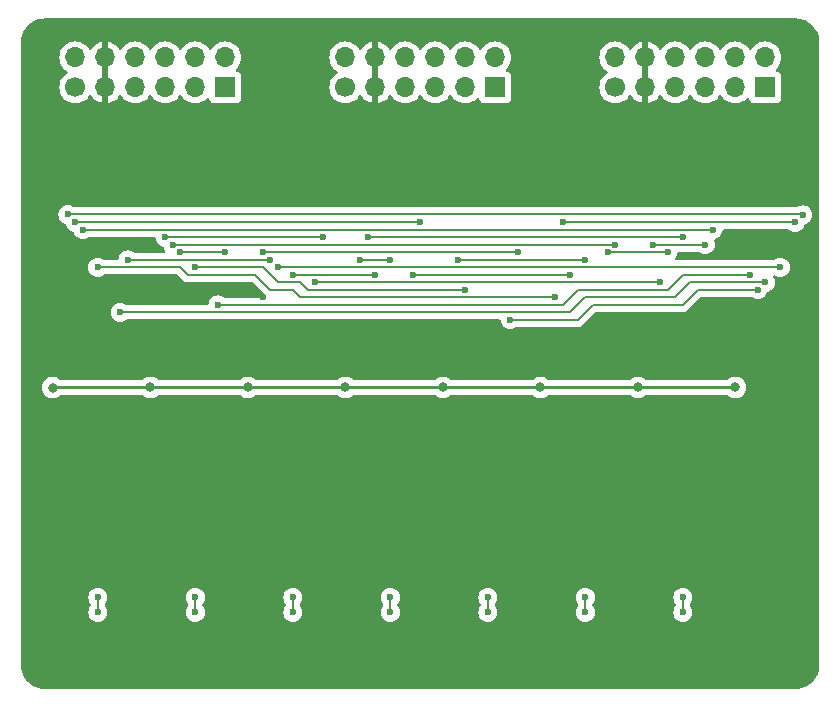
<source format=gbr>
%TF.GenerationSoftware,KiCad,Pcbnew,8.0.2*%
%TF.CreationDate,2024-06-16T09:55:42+02:00*%
%TF.ProjectId,pmod-factory,706d6f64-2d66-4616-9374-6f72792e6b69,rev?*%
%TF.SameCoordinates,Original*%
%TF.FileFunction,Copper,L2,Bot*%
%TF.FilePolarity,Positive*%
%FSLAX46Y46*%
G04 Gerber Fmt 4.6, Leading zero omitted, Abs format (unit mm)*
G04 Created by KiCad (PCBNEW 8.0.2) date 2024-06-16 09:55:42*
%MOMM*%
%LPD*%
G01*
G04 APERTURE LIST*
%TA.AperFunction,ComponentPad*%
%ADD10R,1.700000X1.700000*%
%TD*%
%TA.AperFunction,ComponentPad*%
%ADD11O,1.700000X1.700000*%
%TD*%
%TA.AperFunction,ComponentPad*%
%ADD12C,1.700000*%
%TD*%
%TA.AperFunction,ViaPad*%
%ADD13C,0.800000*%
%TD*%
%TA.AperFunction,ViaPad*%
%ADD14C,0.600000*%
%TD*%
%TA.AperFunction,Conductor*%
%ADD15C,0.250000*%
%TD*%
%TA.AperFunction,Conductor*%
%ADD16C,0.200000*%
%TD*%
G04 APERTURE END LIST*
D10*
%TO.P,J2,1,IO1*%
%TO.N,Net-(J2-IO1)*%
X146050000Y-77470000D03*
D11*
%TO.P,J2,2,IO2*%
%TO.N,Net-(J2-IO2)*%
X143510000Y-77470000D03*
%TO.P,J2,3,IO3*%
%TO.N,Net-(J2-IO3)*%
X140970000Y-77470000D03*
%TO.P,J2,4,IO4*%
%TO.N,Net-(J2-IO4)*%
X138430000Y-77470000D03*
%TO.P,J2,5,GND*%
%TO.N,GND*%
X135890000Y-77470000D03*
D12*
%TO.P,J2,6,VCC*%
%TO.N,+3.3V*%
X133350000Y-77470000D03*
D11*
%TO.P,J2,7,IO5*%
%TO.N,Net-(J2-IO5)*%
X146050000Y-74930000D03*
%TO.P,J2,8,IO6*%
%TO.N,Net-(J2-IO6)*%
X143510000Y-74930000D03*
%TO.P,J2,9,IO7*%
%TO.N,Net-(J2-IO7)*%
X140970000Y-74930000D03*
%TO.P,J2,10,IO8*%
%TO.N,Net-(J2-IO8)*%
X138430000Y-74930000D03*
%TO.P,J2,11,GND*%
%TO.N,GND*%
X135890000Y-74930000D03*
%TO.P,J2,12,VCC*%
%TO.N,+3.3V*%
X133350000Y-74930000D03*
%TD*%
D10*
%TO.P,J3,1,IO1*%
%TO.N,Net-(J3-IO1)*%
X168910000Y-77470000D03*
D11*
%TO.P,J3,2,IO2*%
%TO.N,Net-(J3-IO2)*%
X166370000Y-77470000D03*
%TO.P,J3,3,IO3*%
%TO.N,Net-(J3-IO3)*%
X163830000Y-77470000D03*
%TO.P,J3,4,IO4*%
%TO.N,Net-(J3-IO4)*%
X161290000Y-77470000D03*
%TO.P,J3,5,GND*%
%TO.N,GND*%
X158750000Y-77470000D03*
D12*
%TO.P,J3,6,VCC*%
%TO.N,+3.3V*%
X156210000Y-77470000D03*
D11*
%TO.P,J3,7,IO5*%
%TO.N,Net-(J3-IO5)*%
X168910000Y-74930000D03*
%TO.P,J3,8,IO6*%
%TO.N,Net-(J3-IO6)*%
X166370000Y-74930000D03*
%TO.P,J3,9,IO7*%
%TO.N,Net-(J3-IO7)*%
X163830000Y-74930000D03*
%TO.P,J3,10,IO8*%
%TO.N,Net-(J3-IO8)*%
X161290000Y-74930000D03*
%TO.P,J3,11,GND*%
%TO.N,GND*%
X158750000Y-74930000D03*
%TO.P,J3,12,VCC*%
%TO.N,+3.3V*%
X156210000Y-74930000D03*
%TD*%
D10*
%TO.P,J1,1,IO1*%
%TO.N,Net-(J1-IO1)*%
X123190000Y-77470000D03*
D11*
%TO.P,J1,2,IO2*%
%TO.N,Net-(J1-IO2)*%
X120650000Y-77470000D03*
%TO.P,J1,3,IO3*%
%TO.N,Net-(J1-IO3)*%
X118110000Y-77470000D03*
%TO.P,J1,4,IO4*%
%TO.N,Net-(J1-IO4)*%
X115570000Y-77470000D03*
%TO.P,J1,5,GND*%
%TO.N,GND*%
X113030000Y-77470000D03*
D12*
%TO.P,J1,6,VCC*%
%TO.N,+3.3V*%
X110490000Y-77470000D03*
D11*
%TO.P,J1,7,IO5*%
%TO.N,Net-(J1-IO5)*%
X123190000Y-74930000D03*
%TO.P,J1,8,IO6*%
%TO.N,Net-(J1-IO6)*%
X120650000Y-74930000D03*
%TO.P,J1,9,IO7*%
%TO.N,Net-(J1-IO7)*%
X118110000Y-74930000D03*
%TO.P,J1,10,IO8*%
%TO.N,Net-(J1-IO8)*%
X115570000Y-74930000D03*
%TO.P,J1,11,GND*%
%TO.N,GND*%
X113030000Y-74930000D03*
%TO.P,J1,12,VCC*%
%TO.N,+3.3V*%
X110490000Y-74930000D03*
%TD*%
D13*
%TO.N,GND*%
X170180000Y-110490000D03*
D14*
X106680000Y-100330000D03*
D13*
X161925000Y-110490000D03*
X112395000Y-110490000D03*
D14*
X118745000Y-95250000D03*
D13*
X121855000Y-100330000D03*
X110490000Y-100330000D03*
D14*
X153035000Y-74930000D03*
D13*
X145415000Y-83185000D03*
X143510000Y-118745000D03*
X135255000Y-100330000D03*
D14*
X126365000Y-95250000D03*
D13*
X168275000Y-100330000D03*
D14*
X168275000Y-95885000D03*
D13*
X120650000Y-83185000D03*
X153670000Y-110490000D03*
X153670000Y-83185000D03*
X137160000Y-83185000D03*
D14*
X110490000Y-95250000D03*
X171450000Y-118745000D03*
D13*
X137160000Y-110490000D03*
X135255000Y-118745000D03*
D14*
X123825000Y-94615000D03*
D13*
X113600000Y-100330000D03*
X151765000Y-100330000D03*
X146620000Y-100330000D03*
X154875000Y-100330000D03*
X163130000Y-100330000D03*
X161925000Y-83185000D03*
X160020000Y-100330000D03*
X128905000Y-110490000D03*
X145415000Y-110490000D03*
X143510000Y-100330000D03*
X130110000Y-100330000D03*
X128905000Y-83185000D03*
X160020000Y-118745000D03*
X168275000Y-118745000D03*
X110490000Y-118745000D03*
X151765000Y-118745000D03*
X170180000Y-83185000D03*
D14*
X107315000Y-74930000D03*
D13*
X138365000Y-100330000D03*
X118745000Y-118745000D03*
X120650000Y-110490000D03*
D14*
X109220000Y-121285000D03*
D13*
X118745000Y-100330000D03*
D14*
X130175000Y-74930000D03*
D13*
X127000000Y-118745000D03*
X127000000Y-100330000D03*
X112395000Y-83185000D03*
D14*
%TO.N,Net-(J1-IO1)*%
X114935000Y-92075000D03*
X127000000Y-92075000D03*
%TO.N,Net-(J1-IO2)*%
X123190000Y-91440000D03*
X119380000Y-91440000D03*
%TO.N,Net-(J1-IO3)*%
X131445000Y-90170000D03*
X118110000Y-90170000D03*
%TO.N,Net-(J1-IO4)*%
X110490000Y-88900000D03*
X139700000Y-88900000D03*
%TO.N,Net-(J1-IO5)*%
X126365000Y-91440000D03*
X147955000Y-91440000D03*
%TO.N,Net-(J1-IO6)*%
X118745000Y-90805000D03*
X156210000Y-90805000D03*
%TO.N,Net-(J1-IO7)*%
X111125000Y-89535000D03*
X164465000Y-89535000D03*
%TO.N,Net-(J1-IO8)*%
X109855000Y-88230000D03*
X172085000Y-88265000D03*
D13*
%TO.N,+3.3V*%
X125095000Y-102870000D03*
X166375000Y-102870000D03*
X158120000Y-102865000D03*
X141610000Y-102870000D03*
X116845000Y-102870000D03*
X108585000Y-102890000D03*
X149865000Y-102875000D03*
X133355000Y-102865000D03*
D14*
%TO.N,Net-(J2-IO8)*%
X170175000Y-92710000D03*
X127635000Y-92710000D03*
%TO.N,Net-(J2-IO4)*%
X134620000Y-92075000D03*
X137155000Y-92075000D03*
%TO.N,Net-(J2-IO7)*%
X135255000Y-90170000D03*
X161920000Y-90170000D03*
%TO.N,Net-(J2-IO3)*%
X135890000Y-93345000D03*
X128900000Y-93345000D03*
%TO.N,Net-(J2-IO6)*%
X153665000Y-92075000D03*
X142875000Y-92075000D03*
%TO.N,Net-(J2-IO1)*%
X151130000Y-95250000D03*
X112385000Y-92710000D03*
%TO.N,Net-(J2-IO2)*%
X143510000Y-94615000D03*
X120645000Y-92710000D03*
%TO.N,Net-(J3-IO7)*%
X163830000Y-90805000D03*
X159385000Y-90805000D03*
%TO.N,Net-(J3-IO3)*%
X130810000Y-93980000D03*
X160020000Y-93980000D03*
%TO.N,Net-(J3-IO1)*%
X114300000Y-96520000D03*
X168910000Y-93980000D03*
%TO.N,Net-(J3-IO4)*%
X139065000Y-93345000D03*
X152400000Y-93345000D03*
%TO.N,Net-(J3-IO2)*%
X122555000Y-95885000D03*
X167640000Y-93345000D03*
%TO.N,Net-(J3-IO5)*%
X147320000Y-97155000D03*
X168275000Y-94615000D03*
%TO.N,Net-(J3-IO6)*%
X160655000Y-91440000D03*
X155575000Y-91440000D03*
%TO.N,Net-(J3-IO8)*%
X171450000Y-88900000D03*
X151765000Y-88900000D03*
%TO.N,Net-(R1-Pad2)*%
X112395000Y-121920000D03*
X112395000Y-120650000D03*
%TO.N,Net-(R3-Pad2)*%
X120650000Y-120650000D03*
X120650000Y-121920000D03*
%TO.N,Net-(R5-Pad2)*%
X128905000Y-120650000D03*
X128905000Y-121920000D03*
%TO.N,Net-(R7-Pad2)*%
X137160000Y-120650000D03*
X137160000Y-121920000D03*
%TO.N,Net-(R9-Pad2)*%
X145415000Y-120650000D03*
X145415000Y-121920000D03*
%TO.N,Net-(R11-Pad2)*%
X153670000Y-121920000D03*
X153670000Y-120650000D03*
%TO.N,Net-(R13-Pad2)*%
X161925000Y-120650000D03*
X161925000Y-121920000D03*
%TD*%
D15*
%TO.N,GND*%
X125730000Y-94615000D02*
X126365000Y-95250000D01*
X123825000Y-94615000D02*
X125730000Y-94615000D01*
D16*
%TO.N,Net-(J1-IO1)*%
X127000000Y-92075000D02*
X114935000Y-92075000D01*
%TO.N,Net-(J1-IO2)*%
X119380000Y-91440000D02*
X123190000Y-91440000D01*
%TO.N,Net-(J1-IO3)*%
X118110000Y-90170000D02*
X131445000Y-90170000D01*
%TO.N,Net-(J1-IO4)*%
X110490000Y-88900000D02*
X139700000Y-88900000D01*
%TO.N,Net-(J1-IO5)*%
X126365000Y-91440000D02*
X147955000Y-91440000D01*
%TO.N,Net-(J1-IO6)*%
X118745000Y-90805000D02*
X156210000Y-90805000D01*
%TO.N,Net-(J1-IO7)*%
X111125000Y-89535000D02*
X164465000Y-89535000D01*
%TO.N,Net-(J1-IO8)*%
X109855000Y-88230000D02*
X168910000Y-88230000D01*
X172050000Y-88230000D02*
X172085000Y-88265000D01*
X168910000Y-88230000D02*
X172050000Y-88230000D01*
D15*
%TO.N,+3.3V*%
X133355000Y-102865000D02*
X133360000Y-102870000D01*
X158120000Y-102865000D02*
X164490000Y-102865000D01*
X149865000Y-102875000D02*
X158110000Y-102875000D01*
X133350000Y-102870000D02*
X133355000Y-102865000D01*
X141610000Y-102870000D02*
X149860000Y-102870000D01*
X110490000Y-102870000D02*
X108605000Y-102870000D01*
X116845000Y-102870000D02*
X125095000Y-102870000D01*
X125095000Y-102870000D02*
X133350000Y-102870000D01*
X108605000Y-102870000D02*
X108585000Y-102890000D01*
X133360000Y-102870000D02*
X141610000Y-102870000D01*
X149860000Y-102870000D02*
X149865000Y-102875000D01*
X158110000Y-102875000D02*
X158120000Y-102865000D01*
X164490000Y-102865000D02*
X164495000Y-102870000D01*
X110490000Y-102870000D02*
X116845000Y-102870000D01*
X164495000Y-102870000D02*
X166375000Y-102870000D01*
D16*
%TO.N,Net-(J2-IO8)*%
X127635000Y-92710000D02*
X170175000Y-92710000D01*
%TO.N,Net-(J2-IO4)*%
X134620000Y-92075000D02*
X137155000Y-92075000D01*
%TO.N,Net-(J2-IO7)*%
X135255000Y-90170000D02*
X161920000Y-90170000D01*
%TO.N,Net-(J2-IO3)*%
X135890000Y-93345000D02*
X128900000Y-93345000D01*
%TO.N,Net-(J2-IO6)*%
X142875000Y-92075000D02*
X153665000Y-92075000D01*
%TO.N,Net-(J2-IO1)*%
X127000000Y-94615000D02*
X125730000Y-93345000D01*
X114935000Y-92710000D02*
X112385000Y-92710000D01*
X120015000Y-93345000D02*
X119380000Y-92710000D01*
X128905000Y-94615000D02*
X127000000Y-94615000D01*
X151130000Y-95250000D02*
X129540000Y-95250000D01*
X119380000Y-92710000D02*
X114935000Y-92710000D01*
X125730000Y-93345000D02*
X120015000Y-93345000D01*
X129540000Y-95250000D02*
X128905000Y-94615000D01*
%TO.N,Net-(J2-IO2)*%
X130175000Y-94615000D02*
X143510000Y-94615000D01*
X126365000Y-92710000D02*
X127635000Y-93980000D01*
X129540000Y-93980000D02*
X130175000Y-94615000D01*
X120645000Y-92710000D02*
X126365000Y-92710000D01*
X127635000Y-93980000D02*
X129540000Y-93980000D01*
%TO.N,Net-(J3-IO7)*%
X159385000Y-90805000D02*
X163830000Y-90805000D01*
%TO.N,Net-(J3-IO3)*%
X130810000Y-93980000D02*
X160020000Y-93980000D01*
%TO.N,Net-(J3-IO1)*%
X168910000Y-93980000D02*
X162560000Y-93980000D01*
X161290000Y-95250000D02*
X153670000Y-95250000D01*
X152400000Y-96520000D02*
X114300000Y-96520000D01*
X162560000Y-93980000D02*
X161290000Y-95250000D01*
X153670000Y-95250000D02*
X152400000Y-96520000D01*
%TO.N,Net-(J3-IO4)*%
X152400000Y-93345000D02*
X139065000Y-93345000D01*
%TO.N,Net-(J3-IO2)*%
X151765000Y-95885000D02*
X153035000Y-94615000D01*
X160655000Y-94615000D02*
X161925000Y-93345000D01*
X161925000Y-93345000D02*
X167640000Y-93345000D01*
X153035000Y-94615000D02*
X160655000Y-94615000D01*
X122555000Y-95885000D02*
X151765000Y-95885000D01*
%TO.N,Net-(J3-IO5)*%
X161925000Y-95885000D02*
X163195000Y-94615000D01*
X163195000Y-94615000D02*
X168275000Y-94615000D01*
X153035000Y-97155000D02*
X154305000Y-95885000D01*
X154305000Y-95885000D02*
X161925000Y-95885000D01*
X151130000Y-97155000D02*
X153035000Y-97155000D01*
X151130000Y-97155000D02*
X147320000Y-97155000D01*
%TO.N,Net-(J3-IO6)*%
X160655000Y-91440000D02*
X155575000Y-91440000D01*
%TO.N,Net-(J3-IO8)*%
X151765000Y-88900000D02*
X171450000Y-88900000D01*
%TO.N,Net-(R1-Pad2)*%
X112395000Y-120650000D02*
X112395000Y-121920000D01*
%TO.N,Net-(R3-Pad2)*%
X120650000Y-120650000D02*
X120650000Y-121920000D01*
%TO.N,Net-(R5-Pad2)*%
X128905000Y-120650000D02*
X128905000Y-121920000D01*
%TO.N,Net-(R7-Pad2)*%
X137160000Y-120650000D02*
X137160000Y-121920000D01*
%TO.N,Net-(R9-Pad2)*%
X145415000Y-120650000D02*
X145415000Y-121920000D01*
%TO.N,Net-(R11-Pad2)*%
X153670000Y-120650000D02*
X153670000Y-121920000D01*
%TO.N,Net-(R13-Pad2)*%
X161925000Y-120650000D02*
X161925000Y-121920000D01*
%TD*%
%TA.AperFunction,Conductor*%
%TO.N,GND*%
G36*
X113280000Y-77036988D02*
G01*
X113222993Y-77004075D01*
X113095826Y-76970000D01*
X112964174Y-76970000D01*
X112837007Y-77004075D01*
X112780000Y-77036988D01*
X112780000Y-75363012D01*
X112837007Y-75395925D01*
X112964174Y-75430000D01*
X113095826Y-75430000D01*
X113222993Y-75395925D01*
X113280000Y-75363012D01*
X113280000Y-77036988D01*
G37*
%TD.AperFunction*%
%TA.AperFunction,Conductor*%
G36*
X136140000Y-77036988D02*
G01*
X136082993Y-77004075D01*
X135955826Y-76970000D01*
X135824174Y-76970000D01*
X135697007Y-77004075D01*
X135640000Y-77036988D01*
X135640000Y-75363012D01*
X135697007Y-75395925D01*
X135824174Y-75430000D01*
X135955826Y-75430000D01*
X136082993Y-75395925D01*
X136140000Y-75363012D01*
X136140000Y-77036988D01*
G37*
%TD.AperFunction*%
%TA.AperFunction,Conductor*%
G36*
X159000000Y-77036988D02*
G01*
X158942993Y-77004075D01*
X158815826Y-76970000D01*
X158684174Y-76970000D01*
X158557007Y-77004075D01*
X158500000Y-77036988D01*
X158500000Y-75363012D01*
X158557007Y-75395925D01*
X158684174Y-75430000D01*
X158815826Y-75430000D01*
X158942993Y-75395925D01*
X159000000Y-75363012D01*
X159000000Y-77036988D01*
G37*
%TD.AperFunction*%
%TA.AperFunction,Conductor*%
G36*
X171454042Y-71620765D02*
G01*
X171476774Y-71622254D01*
X171708114Y-71637417D01*
X171724172Y-71639532D01*
X171969888Y-71688408D01*
X171985554Y-71692606D01*
X172136736Y-71743925D01*
X172222788Y-71773136D01*
X172237765Y-71779339D01*
X172455336Y-71886633D01*
X172462460Y-71890146D01*
X172476508Y-71898256D01*
X172684815Y-72037443D01*
X172697679Y-72047314D01*
X172886033Y-72212497D01*
X172897502Y-72223966D01*
X173062685Y-72412320D01*
X173072559Y-72425188D01*
X173211743Y-72633492D01*
X173219853Y-72647539D01*
X173330657Y-72872227D01*
X173336864Y-72887213D01*
X173417393Y-73124445D01*
X173421591Y-73140111D01*
X173470465Y-73385813D01*
X173472583Y-73401895D01*
X173489235Y-73655956D01*
X173489500Y-73664066D01*
X173489500Y-126360933D01*
X173489235Y-126369043D01*
X173472583Y-126623104D01*
X173470465Y-126639186D01*
X173421591Y-126884888D01*
X173417393Y-126900554D01*
X173336864Y-127137786D01*
X173330657Y-127152772D01*
X173219853Y-127377460D01*
X173211743Y-127391507D01*
X173072559Y-127599811D01*
X173062685Y-127612679D01*
X172897502Y-127801033D01*
X172886033Y-127812502D01*
X172697679Y-127977685D01*
X172684811Y-127987559D01*
X172476507Y-128126743D01*
X172462460Y-128134853D01*
X172237772Y-128245657D01*
X172222786Y-128251864D01*
X171985554Y-128332393D01*
X171969888Y-128336591D01*
X171724186Y-128385465D01*
X171708104Y-128387583D01*
X171454043Y-128404235D01*
X171445933Y-128404500D01*
X107954067Y-128404500D01*
X107945957Y-128404235D01*
X107691895Y-128387583D01*
X107675814Y-128385465D01*
X107640770Y-128378494D01*
X107430111Y-128336591D01*
X107414445Y-128332393D01*
X107177213Y-128251864D01*
X107162227Y-128245657D01*
X106937539Y-128134853D01*
X106923492Y-128126743D01*
X106715188Y-127987559D01*
X106702320Y-127977685D01*
X106513966Y-127812502D01*
X106502497Y-127801033D01*
X106337314Y-127612679D01*
X106327440Y-127599811D01*
X106188256Y-127391507D01*
X106180146Y-127377460D01*
X106069464Y-127153019D01*
X106069339Y-127152765D01*
X106063135Y-127137786D01*
X105982606Y-126900554D01*
X105978408Y-126884888D01*
X105969736Y-126841292D01*
X105929532Y-126639172D01*
X105927417Y-126623114D01*
X105910765Y-126369042D01*
X105910500Y-126360933D01*
X105910500Y-120649996D01*
X111589435Y-120649996D01*
X111589435Y-120650003D01*
X111609630Y-120829249D01*
X111609631Y-120829254D01*
X111669211Y-120999523D01*
X111765185Y-121152263D01*
X111767445Y-121155097D01*
X111768334Y-121157275D01*
X111768889Y-121158158D01*
X111768734Y-121158255D01*
X111793855Y-121219783D01*
X111794500Y-121232412D01*
X111794500Y-121337587D01*
X111774815Y-121404626D01*
X111767450Y-121414896D01*
X111765186Y-121417734D01*
X111669211Y-121570476D01*
X111609631Y-121740745D01*
X111609630Y-121740750D01*
X111589435Y-121919996D01*
X111589435Y-121920003D01*
X111609630Y-122099249D01*
X111609631Y-122099254D01*
X111669211Y-122269523D01*
X111765184Y-122422262D01*
X111892738Y-122549816D01*
X112045478Y-122645789D01*
X112215745Y-122705368D01*
X112215750Y-122705369D01*
X112394996Y-122725565D01*
X112395000Y-122725565D01*
X112395004Y-122725565D01*
X112574249Y-122705369D01*
X112574252Y-122705368D01*
X112574255Y-122705368D01*
X112744522Y-122645789D01*
X112897262Y-122549816D01*
X113024816Y-122422262D01*
X113120789Y-122269522D01*
X113180368Y-122099255D01*
X113200565Y-121920000D01*
X113180368Y-121740745D01*
X113120789Y-121570478D01*
X113024816Y-121417738D01*
X113024814Y-121417736D01*
X113024813Y-121417734D01*
X113022550Y-121414896D01*
X113021659Y-121412715D01*
X113021111Y-121411842D01*
X113021264Y-121411745D01*
X112996144Y-121350209D01*
X112995500Y-121337587D01*
X112995500Y-121232412D01*
X113015185Y-121165373D01*
X113022555Y-121155097D01*
X113024810Y-121152267D01*
X113024816Y-121152262D01*
X113120789Y-120999522D01*
X113180368Y-120829255D01*
X113200565Y-120650000D01*
X113200565Y-120649996D01*
X119844435Y-120649996D01*
X119844435Y-120650003D01*
X119864630Y-120829249D01*
X119864631Y-120829254D01*
X119924211Y-120999523D01*
X120020185Y-121152263D01*
X120022445Y-121155097D01*
X120023334Y-121157275D01*
X120023889Y-121158158D01*
X120023734Y-121158255D01*
X120048855Y-121219783D01*
X120049500Y-121232412D01*
X120049500Y-121337587D01*
X120029815Y-121404626D01*
X120022450Y-121414896D01*
X120020186Y-121417734D01*
X119924211Y-121570476D01*
X119864631Y-121740745D01*
X119864630Y-121740750D01*
X119844435Y-121919996D01*
X119844435Y-121920003D01*
X119864630Y-122099249D01*
X119864631Y-122099254D01*
X119924211Y-122269523D01*
X120020184Y-122422262D01*
X120147738Y-122549816D01*
X120300478Y-122645789D01*
X120470745Y-122705368D01*
X120470750Y-122705369D01*
X120649996Y-122725565D01*
X120650000Y-122725565D01*
X120650004Y-122725565D01*
X120829249Y-122705369D01*
X120829252Y-122705368D01*
X120829255Y-122705368D01*
X120999522Y-122645789D01*
X121152262Y-122549816D01*
X121279816Y-122422262D01*
X121375789Y-122269522D01*
X121435368Y-122099255D01*
X121455565Y-121920000D01*
X121435368Y-121740745D01*
X121375789Y-121570478D01*
X121279816Y-121417738D01*
X121279814Y-121417736D01*
X121279813Y-121417734D01*
X121277550Y-121414896D01*
X121276659Y-121412715D01*
X121276111Y-121411842D01*
X121276264Y-121411745D01*
X121251144Y-121350209D01*
X121250500Y-121337587D01*
X121250500Y-121232412D01*
X121270185Y-121165373D01*
X121277555Y-121155097D01*
X121279810Y-121152267D01*
X121279816Y-121152262D01*
X121375789Y-120999522D01*
X121435368Y-120829255D01*
X121455565Y-120650000D01*
X121455565Y-120649996D01*
X128099435Y-120649996D01*
X128099435Y-120650003D01*
X128119630Y-120829249D01*
X128119631Y-120829254D01*
X128179211Y-120999523D01*
X128275185Y-121152263D01*
X128277445Y-121155097D01*
X128278334Y-121157275D01*
X128278889Y-121158158D01*
X128278734Y-121158255D01*
X128303855Y-121219783D01*
X128304500Y-121232412D01*
X128304500Y-121337587D01*
X128284815Y-121404626D01*
X128277450Y-121414896D01*
X128275186Y-121417734D01*
X128179211Y-121570476D01*
X128119631Y-121740745D01*
X128119630Y-121740750D01*
X128099435Y-121919996D01*
X128099435Y-121920003D01*
X128119630Y-122099249D01*
X128119631Y-122099254D01*
X128179211Y-122269523D01*
X128275184Y-122422262D01*
X128402738Y-122549816D01*
X128555478Y-122645789D01*
X128725745Y-122705368D01*
X128725750Y-122705369D01*
X128904996Y-122725565D01*
X128905000Y-122725565D01*
X128905004Y-122725565D01*
X129084249Y-122705369D01*
X129084252Y-122705368D01*
X129084255Y-122705368D01*
X129254522Y-122645789D01*
X129407262Y-122549816D01*
X129534816Y-122422262D01*
X129630789Y-122269522D01*
X129690368Y-122099255D01*
X129710565Y-121920000D01*
X129690368Y-121740745D01*
X129630789Y-121570478D01*
X129534816Y-121417738D01*
X129534814Y-121417736D01*
X129534813Y-121417734D01*
X129532550Y-121414896D01*
X129531659Y-121412715D01*
X129531111Y-121411842D01*
X129531264Y-121411745D01*
X129506144Y-121350209D01*
X129505500Y-121337587D01*
X129505500Y-121232412D01*
X129525185Y-121165373D01*
X129532555Y-121155097D01*
X129534810Y-121152267D01*
X129534816Y-121152262D01*
X129630789Y-120999522D01*
X129690368Y-120829255D01*
X129710565Y-120650000D01*
X129710565Y-120649996D01*
X136354435Y-120649996D01*
X136354435Y-120650003D01*
X136374630Y-120829249D01*
X136374631Y-120829254D01*
X136434211Y-120999523D01*
X136530185Y-121152263D01*
X136532445Y-121155097D01*
X136533334Y-121157275D01*
X136533889Y-121158158D01*
X136533734Y-121158255D01*
X136558855Y-121219783D01*
X136559500Y-121232412D01*
X136559500Y-121337587D01*
X136539815Y-121404626D01*
X136532450Y-121414896D01*
X136530186Y-121417734D01*
X136434211Y-121570476D01*
X136374631Y-121740745D01*
X136374630Y-121740750D01*
X136354435Y-121919996D01*
X136354435Y-121920003D01*
X136374630Y-122099249D01*
X136374631Y-122099254D01*
X136434211Y-122269523D01*
X136530184Y-122422262D01*
X136657738Y-122549816D01*
X136810478Y-122645789D01*
X136980745Y-122705368D01*
X136980750Y-122705369D01*
X137159996Y-122725565D01*
X137160000Y-122725565D01*
X137160004Y-122725565D01*
X137339249Y-122705369D01*
X137339252Y-122705368D01*
X137339255Y-122705368D01*
X137509522Y-122645789D01*
X137662262Y-122549816D01*
X137789816Y-122422262D01*
X137885789Y-122269522D01*
X137945368Y-122099255D01*
X137965565Y-121920000D01*
X137945368Y-121740745D01*
X137885789Y-121570478D01*
X137789816Y-121417738D01*
X137789814Y-121417736D01*
X137789813Y-121417734D01*
X137787550Y-121414896D01*
X137786659Y-121412715D01*
X137786111Y-121411842D01*
X137786264Y-121411745D01*
X137761144Y-121350209D01*
X137760500Y-121337587D01*
X137760500Y-121232412D01*
X137780185Y-121165373D01*
X137787555Y-121155097D01*
X137789810Y-121152267D01*
X137789816Y-121152262D01*
X137885789Y-120999522D01*
X137945368Y-120829255D01*
X137965565Y-120650000D01*
X137965565Y-120649996D01*
X144609435Y-120649996D01*
X144609435Y-120650003D01*
X144629630Y-120829249D01*
X144629631Y-120829254D01*
X144689211Y-120999523D01*
X144785185Y-121152263D01*
X144787445Y-121155097D01*
X144788334Y-121157275D01*
X144788889Y-121158158D01*
X144788734Y-121158255D01*
X144813855Y-121219783D01*
X144814500Y-121232412D01*
X144814500Y-121337587D01*
X144794815Y-121404626D01*
X144787450Y-121414896D01*
X144785186Y-121417734D01*
X144689211Y-121570476D01*
X144629631Y-121740745D01*
X144629630Y-121740750D01*
X144609435Y-121919996D01*
X144609435Y-121920003D01*
X144629630Y-122099249D01*
X144629631Y-122099254D01*
X144689211Y-122269523D01*
X144785184Y-122422262D01*
X144912738Y-122549816D01*
X145065478Y-122645789D01*
X145235745Y-122705368D01*
X145235750Y-122705369D01*
X145414996Y-122725565D01*
X145415000Y-122725565D01*
X145415004Y-122725565D01*
X145594249Y-122705369D01*
X145594252Y-122705368D01*
X145594255Y-122705368D01*
X145764522Y-122645789D01*
X145917262Y-122549816D01*
X146044816Y-122422262D01*
X146140789Y-122269522D01*
X146200368Y-122099255D01*
X146220565Y-121920000D01*
X146200368Y-121740745D01*
X146140789Y-121570478D01*
X146044816Y-121417738D01*
X146044814Y-121417736D01*
X146044813Y-121417734D01*
X146042550Y-121414896D01*
X146041659Y-121412715D01*
X146041111Y-121411842D01*
X146041264Y-121411745D01*
X146016144Y-121350209D01*
X146015500Y-121337587D01*
X146015500Y-121232412D01*
X146035185Y-121165373D01*
X146042555Y-121155097D01*
X146044810Y-121152267D01*
X146044816Y-121152262D01*
X146140789Y-120999522D01*
X146200368Y-120829255D01*
X146220565Y-120650000D01*
X146220565Y-120649996D01*
X152864435Y-120649996D01*
X152864435Y-120650003D01*
X152884630Y-120829249D01*
X152884631Y-120829254D01*
X152944211Y-120999523D01*
X153040185Y-121152263D01*
X153042445Y-121155097D01*
X153043334Y-121157275D01*
X153043889Y-121158158D01*
X153043734Y-121158255D01*
X153068855Y-121219783D01*
X153069500Y-121232412D01*
X153069500Y-121337587D01*
X153049815Y-121404626D01*
X153042450Y-121414896D01*
X153040186Y-121417734D01*
X152944211Y-121570476D01*
X152884631Y-121740745D01*
X152884630Y-121740750D01*
X152864435Y-121919996D01*
X152864435Y-121920003D01*
X152884630Y-122099249D01*
X152884631Y-122099254D01*
X152944211Y-122269523D01*
X153040184Y-122422262D01*
X153167738Y-122549816D01*
X153320478Y-122645789D01*
X153490745Y-122705368D01*
X153490750Y-122705369D01*
X153669996Y-122725565D01*
X153670000Y-122725565D01*
X153670004Y-122725565D01*
X153849249Y-122705369D01*
X153849252Y-122705368D01*
X153849255Y-122705368D01*
X154019522Y-122645789D01*
X154172262Y-122549816D01*
X154299816Y-122422262D01*
X154395789Y-122269522D01*
X154455368Y-122099255D01*
X154475565Y-121920000D01*
X154455368Y-121740745D01*
X154395789Y-121570478D01*
X154299816Y-121417738D01*
X154299814Y-121417736D01*
X154299813Y-121417734D01*
X154297550Y-121414896D01*
X154296659Y-121412715D01*
X154296111Y-121411842D01*
X154296264Y-121411745D01*
X154271144Y-121350209D01*
X154270500Y-121337587D01*
X154270500Y-121232412D01*
X154290185Y-121165373D01*
X154297555Y-121155097D01*
X154299810Y-121152267D01*
X154299816Y-121152262D01*
X154395789Y-120999522D01*
X154455368Y-120829255D01*
X154475565Y-120650000D01*
X154475565Y-120649996D01*
X161119435Y-120649996D01*
X161119435Y-120650003D01*
X161139630Y-120829249D01*
X161139631Y-120829254D01*
X161199211Y-120999523D01*
X161295185Y-121152263D01*
X161297445Y-121155097D01*
X161298334Y-121157275D01*
X161298889Y-121158158D01*
X161298734Y-121158255D01*
X161323855Y-121219783D01*
X161324500Y-121232412D01*
X161324500Y-121337587D01*
X161304815Y-121404626D01*
X161297450Y-121414896D01*
X161295186Y-121417734D01*
X161199211Y-121570476D01*
X161139631Y-121740745D01*
X161139630Y-121740750D01*
X161119435Y-121919996D01*
X161119435Y-121920003D01*
X161139630Y-122099249D01*
X161139631Y-122099254D01*
X161199211Y-122269523D01*
X161295184Y-122422262D01*
X161422738Y-122549816D01*
X161575478Y-122645789D01*
X161745745Y-122705368D01*
X161745750Y-122705369D01*
X161924996Y-122725565D01*
X161925000Y-122725565D01*
X161925004Y-122725565D01*
X162104249Y-122705369D01*
X162104252Y-122705368D01*
X162104255Y-122705368D01*
X162274522Y-122645789D01*
X162427262Y-122549816D01*
X162554816Y-122422262D01*
X162650789Y-122269522D01*
X162710368Y-122099255D01*
X162730565Y-121920000D01*
X162710368Y-121740745D01*
X162650789Y-121570478D01*
X162554816Y-121417738D01*
X162554814Y-121417736D01*
X162554813Y-121417734D01*
X162552550Y-121414896D01*
X162551659Y-121412715D01*
X162551111Y-121411842D01*
X162551264Y-121411745D01*
X162526144Y-121350209D01*
X162525500Y-121337587D01*
X162525500Y-121232412D01*
X162545185Y-121165373D01*
X162552555Y-121155097D01*
X162554810Y-121152267D01*
X162554816Y-121152262D01*
X162650789Y-120999522D01*
X162710368Y-120829255D01*
X162730565Y-120650000D01*
X162710368Y-120470745D01*
X162650789Y-120300478D01*
X162554816Y-120147738D01*
X162427262Y-120020184D01*
X162274523Y-119924211D01*
X162104254Y-119864631D01*
X162104249Y-119864630D01*
X161925004Y-119844435D01*
X161924996Y-119844435D01*
X161745750Y-119864630D01*
X161745745Y-119864631D01*
X161575476Y-119924211D01*
X161422737Y-120020184D01*
X161295184Y-120147737D01*
X161199211Y-120300476D01*
X161139631Y-120470745D01*
X161139630Y-120470750D01*
X161119435Y-120649996D01*
X154475565Y-120649996D01*
X154455368Y-120470745D01*
X154395789Y-120300478D01*
X154299816Y-120147738D01*
X154172262Y-120020184D01*
X154019523Y-119924211D01*
X153849254Y-119864631D01*
X153849249Y-119864630D01*
X153670004Y-119844435D01*
X153669996Y-119844435D01*
X153490750Y-119864630D01*
X153490745Y-119864631D01*
X153320476Y-119924211D01*
X153167737Y-120020184D01*
X153040184Y-120147737D01*
X152944211Y-120300476D01*
X152884631Y-120470745D01*
X152884630Y-120470750D01*
X152864435Y-120649996D01*
X146220565Y-120649996D01*
X146200368Y-120470745D01*
X146140789Y-120300478D01*
X146044816Y-120147738D01*
X145917262Y-120020184D01*
X145764523Y-119924211D01*
X145594254Y-119864631D01*
X145594249Y-119864630D01*
X145415004Y-119844435D01*
X145414996Y-119844435D01*
X145235750Y-119864630D01*
X145235745Y-119864631D01*
X145065476Y-119924211D01*
X144912737Y-120020184D01*
X144785184Y-120147737D01*
X144689211Y-120300476D01*
X144629631Y-120470745D01*
X144629630Y-120470750D01*
X144609435Y-120649996D01*
X137965565Y-120649996D01*
X137945368Y-120470745D01*
X137885789Y-120300478D01*
X137789816Y-120147738D01*
X137662262Y-120020184D01*
X137509523Y-119924211D01*
X137339254Y-119864631D01*
X137339249Y-119864630D01*
X137160004Y-119844435D01*
X137159996Y-119844435D01*
X136980750Y-119864630D01*
X136980745Y-119864631D01*
X136810476Y-119924211D01*
X136657737Y-120020184D01*
X136530184Y-120147737D01*
X136434211Y-120300476D01*
X136374631Y-120470745D01*
X136374630Y-120470750D01*
X136354435Y-120649996D01*
X129710565Y-120649996D01*
X129690368Y-120470745D01*
X129630789Y-120300478D01*
X129534816Y-120147738D01*
X129407262Y-120020184D01*
X129254523Y-119924211D01*
X129084254Y-119864631D01*
X129084249Y-119864630D01*
X128905004Y-119844435D01*
X128904996Y-119844435D01*
X128725750Y-119864630D01*
X128725745Y-119864631D01*
X128555476Y-119924211D01*
X128402737Y-120020184D01*
X128275184Y-120147737D01*
X128179211Y-120300476D01*
X128119631Y-120470745D01*
X128119630Y-120470750D01*
X128099435Y-120649996D01*
X121455565Y-120649996D01*
X121435368Y-120470745D01*
X121375789Y-120300478D01*
X121279816Y-120147738D01*
X121152262Y-120020184D01*
X120999523Y-119924211D01*
X120829254Y-119864631D01*
X120829249Y-119864630D01*
X120650004Y-119844435D01*
X120649996Y-119844435D01*
X120470750Y-119864630D01*
X120470745Y-119864631D01*
X120300476Y-119924211D01*
X120147737Y-120020184D01*
X120020184Y-120147737D01*
X119924211Y-120300476D01*
X119864631Y-120470745D01*
X119864630Y-120470750D01*
X119844435Y-120649996D01*
X113200565Y-120649996D01*
X113180368Y-120470745D01*
X113120789Y-120300478D01*
X113024816Y-120147738D01*
X112897262Y-120020184D01*
X112744523Y-119924211D01*
X112574254Y-119864631D01*
X112574249Y-119864630D01*
X112395004Y-119844435D01*
X112394996Y-119844435D01*
X112215750Y-119864630D01*
X112215745Y-119864631D01*
X112045476Y-119924211D01*
X111892737Y-120020184D01*
X111765184Y-120147737D01*
X111669211Y-120300476D01*
X111609631Y-120470745D01*
X111609630Y-120470750D01*
X111589435Y-120649996D01*
X105910500Y-120649996D01*
X105910500Y-102890000D01*
X107679540Y-102890000D01*
X107699326Y-103078256D01*
X107699327Y-103078259D01*
X107757818Y-103258277D01*
X107757821Y-103258284D01*
X107852467Y-103422216D01*
X107956615Y-103537884D01*
X107979129Y-103562888D01*
X108132265Y-103674148D01*
X108132270Y-103674151D01*
X108305192Y-103751142D01*
X108305197Y-103751144D01*
X108490354Y-103790500D01*
X108490355Y-103790500D01*
X108679644Y-103790500D01*
X108679646Y-103790500D01*
X108864803Y-103751144D01*
X109037730Y-103674151D01*
X109190871Y-103562888D01*
X109210106Y-103541526D01*
X109214607Y-103536527D01*
X109274094Y-103499879D01*
X109306756Y-103495500D01*
X110428394Y-103495500D01*
X116141252Y-103495500D01*
X116208291Y-103515185D01*
X116233400Y-103536526D01*
X116239126Y-103542885D01*
X116239130Y-103542889D01*
X116392265Y-103654148D01*
X116392270Y-103654151D01*
X116565192Y-103731142D01*
X116565197Y-103731144D01*
X116750354Y-103770500D01*
X116750355Y-103770500D01*
X116939644Y-103770500D01*
X116939646Y-103770500D01*
X117124803Y-103731144D01*
X117297730Y-103654151D01*
X117450871Y-103542888D01*
X117455377Y-103537884D01*
X117456600Y-103536526D01*
X117516087Y-103499879D01*
X117548748Y-103495500D01*
X124391252Y-103495500D01*
X124458291Y-103515185D01*
X124483400Y-103536526D01*
X124489126Y-103542885D01*
X124489130Y-103542889D01*
X124642265Y-103654148D01*
X124642270Y-103654151D01*
X124815192Y-103731142D01*
X124815197Y-103731144D01*
X125000354Y-103770500D01*
X125000355Y-103770500D01*
X125189644Y-103770500D01*
X125189646Y-103770500D01*
X125374803Y-103731144D01*
X125547730Y-103654151D01*
X125700871Y-103542888D01*
X125705377Y-103537884D01*
X125706600Y-103536526D01*
X125766087Y-103499879D01*
X125798748Y-103495500D01*
X132655754Y-103495500D01*
X132722793Y-103515185D01*
X132747901Y-103536525D01*
X132749125Y-103537884D01*
X132749130Y-103537889D01*
X132902265Y-103649148D01*
X132902270Y-103649151D01*
X133075192Y-103726142D01*
X133075197Y-103726144D01*
X133260354Y-103765500D01*
X133260355Y-103765500D01*
X133449644Y-103765500D01*
X133449646Y-103765500D01*
X133634803Y-103726144D01*
X133807730Y-103649151D01*
X133960871Y-103537888D01*
X133961415Y-103537283D01*
X133962099Y-103536525D01*
X133963003Y-103535967D01*
X133965701Y-103533539D01*
X133966145Y-103534032D01*
X134021587Y-103499878D01*
X134054246Y-103495500D01*
X140906252Y-103495500D01*
X140973291Y-103515185D01*
X140998400Y-103536526D01*
X141004126Y-103542885D01*
X141004130Y-103542889D01*
X141157265Y-103654148D01*
X141157270Y-103654151D01*
X141330192Y-103731142D01*
X141330197Y-103731144D01*
X141515354Y-103770500D01*
X141515355Y-103770500D01*
X141704644Y-103770500D01*
X141704646Y-103770500D01*
X141889803Y-103731144D01*
X142062730Y-103654151D01*
X142215871Y-103542888D01*
X142220377Y-103537884D01*
X142221600Y-103536526D01*
X142281087Y-103499879D01*
X142313748Y-103495500D01*
X149156750Y-103495500D01*
X149223789Y-103515185D01*
X149248896Y-103536524D01*
X149259129Y-103547888D01*
X149259132Y-103547891D01*
X149259135Y-103547893D01*
X149412265Y-103659148D01*
X149412270Y-103659151D01*
X149585192Y-103736142D01*
X149585197Y-103736144D01*
X149770354Y-103775500D01*
X149770355Y-103775500D01*
X149959644Y-103775500D01*
X149959646Y-103775500D01*
X150144803Y-103736144D01*
X150317730Y-103659151D01*
X150470871Y-103547888D01*
X150475376Y-103542885D01*
X150476600Y-103541526D01*
X150536087Y-103504879D01*
X150568748Y-103500500D01*
X157425256Y-103500500D01*
X157492295Y-103520185D01*
X157508740Y-103534159D01*
X157509299Y-103533539D01*
X157514130Y-103537889D01*
X157667265Y-103649148D01*
X157667270Y-103649151D01*
X157840192Y-103726142D01*
X157840197Y-103726144D01*
X158025354Y-103765500D01*
X158025355Y-103765500D01*
X158214644Y-103765500D01*
X158214646Y-103765500D01*
X158399803Y-103726144D01*
X158572730Y-103649151D01*
X158725871Y-103537888D01*
X158729787Y-103533539D01*
X158731600Y-103531526D01*
X158791087Y-103494879D01*
X158823748Y-103490500D01*
X164396044Y-103490500D01*
X164420236Y-103492883D01*
X164433391Y-103495499D01*
X164433392Y-103495500D01*
X164433393Y-103495500D01*
X164433394Y-103495500D01*
X165671252Y-103495500D01*
X165738291Y-103515185D01*
X165763400Y-103536526D01*
X165769126Y-103542885D01*
X165769130Y-103542889D01*
X165922265Y-103654148D01*
X165922270Y-103654151D01*
X166095192Y-103731142D01*
X166095197Y-103731144D01*
X166280354Y-103770500D01*
X166280355Y-103770500D01*
X166469644Y-103770500D01*
X166469646Y-103770500D01*
X166654803Y-103731144D01*
X166827730Y-103654151D01*
X166980871Y-103542888D01*
X167107533Y-103402216D01*
X167202179Y-103238284D01*
X167260674Y-103058256D01*
X167280460Y-102870000D01*
X167260674Y-102681744D01*
X167202179Y-102501716D01*
X167107533Y-102337784D01*
X166980871Y-102197112D01*
X166980870Y-102197111D01*
X166827734Y-102085851D01*
X166827729Y-102085848D01*
X166654807Y-102008857D01*
X166654802Y-102008855D01*
X166493169Y-101974500D01*
X166469646Y-101969500D01*
X166280354Y-101969500D01*
X166256831Y-101974500D01*
X166095197Y-102008855D01*
X166095192Y-102008857D01*
X165922270Y-102085848D01*
X165922265Y-102085851D01*
X165769130Y-102197110D01*
X165769126Y-102197114D01*
X165763400Y-102203474D01*
X165703913Y-102240121D01*
X165671252Y-102244500D01*
X164588956Y-102244500D01*
X164564764Y-102242117D01*
X164551608Y-102239500D01*
X164551607Y-102239500D01*
X164551606Y-102239500D01*
X158823748Y-102239500D01*
X158756709Y-102219815D01*
X158731600Y-102198474D01*
X158725873Y-102192114D01*
X158725869Y-102192110D01*
X158572734Y-102080851D01*
X158572729Y-102080848D01*
X158399807Y-102003857D01*
X158399802Y-102003855D01*
X158238169Y-101969500D01*
X158214646Y-101964500D01*
X158025354Y-101964500D01*
X158001831Y-101969500D01*
X157840197Y-102003855D01*
X157840192Y-102003857D01*
X157667270Y-102080848D01*
X157667265Y-102080851D01*
X157514135Y-102192106D01*
X157514128Y-102192112D01*
X157499397Y-102208473D01*
X157439910Y-102245121D01*
X157407248Y-102249500D01*
X150568748Y-102249500D01*
X150501709Y-102229815D01*
X150476600Y-102208474D01*
X150470873Y-102202114D01*
X150470869Y-102202110D01*
X150317734Y-102090851D01*
X150317729Y-102090848D01*
X150144807Y-102013857D01*
X150144802Y-102013855D01*
X149999001Y-101982865D01*
X149959646Y-101974500D01*
X149770354Y-101974500D01*
X149737897Y-101981398D01*
X149585197Y-102013855D01*
X149585192Y-102013857D01*
X149412270Y-102090848D01*
X149412265Y-102090851D01*
X149259130Y-102202110D01*
X149259125Y-102202115D01*
X149257901Y-102203475D01*
X149256996Y-102204032D01*
X149254299Y-102206461D01*
X149253854Y-102205967D01*
X149198413Y-102240122D01*
X149165754Y-102244500D01*
X142313748Y-102244500D01*
X142246709Y-102224815D01*
X142221600Y-102203474D01*
X142215873Y-102197114D01*
X142215869Y-102197110D01*
X142062734Y-102085851D01*
X142062729Y-102085848D01*
X141889807Y-102008857D01*
X141889802Y-102008855D01*
X141728169Y-101974500D01*
X141704646Y-101969500D01*
X141515354Y-101969500D01*
X141491831Y-101974500D01*
X141330197Y-102008855D01*
X141330192Y-102008857D01*
X141157270Y-102085848D01*
X141157265Y-102085851D01*
X141004130Y-102197110D01*
X141004126Y-102197114D01*
X140998400Y-102203474D01*
X140938913Y-102240121D01*
X140906252Y-102244500D01*
X134063250Y-102244500D01*
X133996211Y-102224815D01*
X133971103Y-102203475D01*
X133960871Y-102192112D01*
X133960869Y-102192111D01*
X133960867Y-102192108D01*
X133960864Y-102192106D01*
X133807734Y-102080851D01*
X133807729Y-102080848D01*
X133634807Y-102003857D01*
X133634802Y-102003855D01*
X133473169Y-101969500D01*
X133449646Y-101964500D01*
X133260354Y-101964500D01*
X133236831Y-101969500D01*
X133075197Y-102003855D01*
X133075192Y-102003857D01*
X132902270Y-102080848D01*
X132902265Y-102080851D01*
X132749135Y-102192106D01*
X132749132Y-102192108D01*
X132749127Y-102192114D01*
X132738897Y-102203474D01*
X132679411Y-102240121D01*
X132646750Y-102244500D01*
X125798748Y-102244500D01*
X125731709Y-102224815D01*
X125706600Y-102203474D01*
X125700873Y-102197114D01*
X125700869Y-102197110D01*
X125547734Y-102085851D01*
X125547729Y-102085848D01*
X125374807Y-102008857D01*
X125374802Y-102008855D01*
X125213169Y-101974500D01*
X125189646Y-101969500D01*
X125000354Y-101969500D01*
X124976831Y-101974500D01*
X124815197Y-102008855D01*
X124815192Y-102008857D01*
X124642270Y-102085848D01*
X124642265Y-102085851D01*
X124489130Y-102197110D01*
X124489126Y-102197114D01*
X124483400Y-102203474D01*
X124423913Y-102240121D01*
X124391252Y-102244500D01*
X117548748Y-102244500D01*
X117481709Y-102224815D01*
X117456600Y-102203474D01*
X117450873Y-102197114D01*
X117450869Y-102197110D01*
X117297734Y-102085851D01*
X117297729Y-102085848D01*
X117124807Y-102008857D01*
X117124802Y-102008855D01*
X116963169Y-101974500D01*
X116939646Y-101969500D01*
X116750354Y-101969500D01*
X116726831Y-101974500D01*
X116565197Y-102008855D01*
X116565192Y-102008857D01*
X116392270Y-102085848D01*
X116392265Y-102085851D01*
X116239130Y-102197110D01*
X116239126Y-102197114D01*
X116233400Y-102203474D01*
X116173913Y-102240121D01*
X116141252Y-102244500D01*
X109268857Y-102244500D01*
X109201818Y-102224815D01*
X109195972Y-102220818D01*
X109037734Y-102105851D01*
X109037729Y-102105848D01*
X108864807Y-102028857D01*
X108864802Y-102028855D01*
X108719001Y-101997865D01*
X108679646Y-101989500D01*
X108490354Y-101989500D01*
X108457897Y-101996398D01*
X108305197Y-102028855D01*
X108305192Y-102028857D01*
X108132270Y-102105848D01*
X108132265Y-102105851D01*
X107979129Y-102217111D01*
X107852466Y-102357785D01*
X107757821Y-102521715D01*
X107757818Y-102521722D01*
X107705824Y-102681744D01*
X107699326Y-102701744D01*
X107679540Y-102890000D01*
X105910500Y-102890000D01*
X105910500Y-88229996D01*
X109049435Y-88229996D01*
X109049435Y-88230003D01*
X109069630Y-88409249D01*
X109069631Y-88409254D01*
X109129211Y-88579523D01*
X109225184Y-88732262D01*
X109352738Y-88859816D01*
X109471597Y-88934500D01*
X109505478Y-88955789D01*
X109626824Y-88998250D01*
X109683601Y-89038972D01*
X109702912Y-89074338D01*
X109764210Y-89249521D01*
X109764211Y-89249522D01*
X109860184Y-89402262D01*
X109987738Y-89529816D01*
X110116330Y-89610616D01*
X110140478Y-89625789D01*
X110275779Y-89673133D01*
X110332556Y-89713855D01*
X110351867Y-89749221D01*
X110399210Y-89884521D01*
X110495184Y-90037262D01*
X110622738Y-90164816D01*
X110775478Y-90260789D01*
X110945745Y-90320368D01*
X110945750Y-90320369D01*
X111124996Y-90340565D01*
X111125000Y-90340565D01*
X111125004Y-90340565D01*
X111304249Y-90320369D01*
X111304252Y-90320368D01*
X111304255Y-90320368D01*
X111474522Y-90260789D01*
X111627262Y-90164816D01*
X111627267Y-90164810D01*
X111630097Y-90162555D01*
X111632275Y-90161665D01*
X111633158Y-90161111D01*
X111633255Y-90161265D01*
X111694783Y-90136145D01*
X111707412Y-90135500D01*
X117189734Y-90135500D01*
X117256773Y-90155185D01*
X117302528Y-90207989D01*
X117312954Y-90245616D01*
X117324630Y-90349250D01*
X117324631Y-90349254D01*
X117384211Y-90519523D01*
X117480184Y-90672262D01*
X117607738Y-90799816D01*
X117670895Y-90839500D01*
X117760478Y-90895789D01*
X117895779Y-90943133D01*
X117952556Y-90983855D01*
X117971867Y-91019221D01*
X118019210Y-91154521D01*
X118100899Y-91284528D01*
X118119899Y-91351765D01*
X118099531Y-91418600D01*
X118046263Y-91463814D01*
X117995905Y-91474500D01*
X115517412Y-91474500D01*
X115450373Y-91454815D01*
X115440097Y-91447445D01*
X115437263Y-91445185D01*
X115437262Y-91445184D01*
X115374105Y-91405500D01*
X115284523Y-91349211D01*
X115114254Y-91289631D01*
X115114249Y-91289630D01*
X114935004Y-91269435D01*
X114934996Y-91269435D01*
X114755750Y-91289630D01*
X114755745Y-91289631D01*
X114585476Y-91349211D01*
X114432737Y-91445184D01*
X114305184Y-91572737D01*
X114209211Y-91725476D01*
X114149631Y-91895745D01*
X114149630Y-91895749D01*
X114137954Y-91999384D01*
X114110887Y-92063798D01*
X114053292Y-92103353D01*
X114014734Y-92109500D01*
X112967412Y-92109500D01*
X112900373Y-92089815D01*
X112890097Y-92082445D01*
X112887263Y-92080185D01*
X112887262Y-92080184D01*
X112758670Y-91999384D01*
X112734523Y-91984211D01*
X112564254Y-91924631D01*
X112564249Y-91924630D01*
X112385004Y-91904435D01*
X112384996Y-91904435D01*
X112205750Y-91924630D01*
X112205745Y-91924631D01*
X112035476Y-91984211D01*
X111882737Y-92080184D01*
X111755184Y-92207737D01*
X111659211Y-92360476D01*
X111599631Y-92530745D01*
X111599630Y-92530750D01*
X111579435Y-92709996D01*
X111579435Y-92710003D01*
X111599630Y-92889249D01*
X111599631Y-92889254D01*
X111659211Y-93059523D01*
X111755184Y-93212262D01*
X111882738Y-93339816D01*
X112035478Y-93435789D01*
X112205745Y-93495368D01*
X112205750Y-93495369D01*
X112384996Y-93515565D01*
X112385000Y-93515565D01*
X112385004Y-93515565D01*
X112564249Y-93495369D01*
X112564252Y-93495368D01*
X112564255Y-93495368D01*
X112734522Y-93435789D01*
X112887262Y-93339816D01*
X112887267Y-93339810D01*
X112890097Y-93337555D01*
X112892275Y-93336665D01*
X112893158Y-93336111D01*
X112893255Y-93336265D01*
X112954783Y-93311145D01*
X112967412Y-93310500D01*
X114855943Y-93310500D01*
X119079903Y-93310500D01*
X119146942Y-93330185D01*
X119167583Y-93346818D01*
X119646284Y-93825520D01*
X119646286Y-93825521D01*
X119646290Y-93825524D01*
X119783209Y-93904573D01*
X119783216Y-93904577D01*
X119935943Y-93945501D01*
X119935945Y-93945501D01*
X120101654Y-93945501D01*
X120101670Y-93945500D01*
X125429903Y-93945500D01*
X125496942Y-93965185D01*
X125517584Y-93981819D01*
X126515139Y-94979374D01*
X126515149Y-94979385D01*
X126519479Y-94983715D01*
X126519480Y-94983716D01*
X126608584Y-95072820D01*
X126642068Y-95134141D01*
X126637084Y-95203833D01*
X126595213Y-95259767D01*
X126529749Y-95284184D01*
X126520902Y-95284500D01*
X123137412Y-95284500D01*
X123070373Y-95264815D01*
X123060097Y-95257445D01*
X123057263Y-95255185D01*
X123057262Y-95255184D01*
X122994105Y-95215500D01*
X122904523Y-95159211D01*
X122734254Y-95099631D01*
X122734249Y-95099630D01*
X122555004Y-95079435D01*
X122554996Y-95079435D01*
X122375750Y-95099630D01*
X122375745Y-95099631D01*
X122205476Y-95159211D01*
X122052737Y-95255184D01*
X121925184Y-95382737D01*
X121829211Y-95535476D01*
X121769631Y-95705745D01*
X121769630Y-95705749D01*
X121757954Y-95809384D01*
X121730887Y-95873798D01*
X121673292Y-95913353D01*
X121634734Y-95919500D01*
X114882412Y-95919500D01*
X114815373Y-95899815D01*
X114805097Y-95892445D01*
X114802263Y-95890185D01*
X114802262Y-95890184D01*
X114673670Y-95809384D01*
X114649523Y-95794211D01*
X114479254Y-95734631D01*
X114479249Y-95734630D01*
X114300004Y-95714435D01*
X114299996Y-95714435D01*
X114120750Y-95734630D01*
X114120745Y-95734631D01*
X113950476Y-95794211D01*
X113797737Y-95890184D01*
X113670184Y-96017737D01*
X113574211Y-96170476D01*
X113514631Y-96340745D01*
X113514630Y-96340750D01*
X113494435Y-96519996D01*
X113494435Y-96520003D01*
X113514630Y-96699249D01*
X113514631Y-96699254D01*
X113574211Y-96869523D01*
X113670184Y-97022262D01*
X113797738Y-97149816D01*
X113950478Y-97245789D01*
X114120745Y-97305368D01*
X114120750Y-97305369D01*
X114299996Y-97325565D01*
X114300000Y-97325565D01*
X114300004Y-97325565D01*
X114479249Y-97305369D01*
X114479252Y-97305368D01*
X114479255Y-97305368D01*
X114649522Y-97245789D01*
X114802262Y-97149816D01*
X114802267Y-97149810D01*
X114805097Y-97147555D01*
X114807275Y-97146665D01*
X114808158Y-97146111D01*
X114808255Y-97146265D01*
X114869783Y-97121145D01*
X114882412Y-97120500D01*
X146399734Y-97120500D01*
X146466773Y-97140185D01*
X146512528Y-97192989D01*
X146522954Y-97230616D01*
X146534630Y-97334250D01*
X146534631Y-97334254D01*
X146594211Y-97504523D01*
X146690184Y-97657262D01*
X146817738Y-97784816D01*
X146970478Y-97880789D01*
X147140745Y-97940368D01*
X147140750Y-97940369D01*
X147319996Y-97960565D01*
X147320000Y-97960565D01*
X147320004Y-97960565D01*
X147499249Y-97940369D01*
X147499252Y-97940368D01*
X147499255Y-97940368D01*
X147669522Y-97880789D01*
X147822262Y-97784816D01*
X147822267Y-97784810D01*
X147825097Y-97782555D01*
X147827275Y-97781665D01*
X147828158Y-97781111D01*
X147828255Y-97781265D01*
X147889783Y-97756145D01*
X147902412Y-97755500D01*
X151050943Y-97755500D01*
X152948331Y-97755500D01*
X152948347Y-97755501D01*
X152955943Y-97755501D01*
X153114054Y-97755501D01*
X153114057Y-97755501D01*
X153266785Y-97714577D01*
X153316904Y-97685639D01*
X153403716Y-97635520D01*
X153515520Y-97523716D01*
X153515520Y-97523714D01*
X153525728Y-97513507D01*
X153525729Y-97513504D01*
X154517416Y-96521819D01*
X154578739Y-96488334D01*
X154605097Y-96485500D01*
X161838331Y-96485500D01*
X161838347Y-96485501D01*
X161845943Y-96485501D01*
X162004054Y-96485501D01*
X162004057Y-96485501D01*
X162156785Y-96444577D01*
X162206904Y-96415639D01*
X162293716Y-96365520D01*
X162405520Y-96253716D01*
X162405520Y-96253714D01*
X162415728Y-96243507D01*
X162415729Y-96243504D01*
X163407416Y-95251819D01*
X163468739Y-95218334D01*
X163495097Y-95215500D01*
X167692588Y-95215500D01*
X167759627Y-95235185D01*
X167769903Y-95242555D01*
X167772736Y-95244814D01*
X167772738Y-95244816D01*
X167925478Y-95340789D01*
X168095745Y-95400368D01*
X168095750Y-95400369D01*
X168274996Y-95420565D01*
X168275000Y-95420565D01*
X168275004Y-95420565D01*
X168454249Y-95400369D01*
X168454252Y-95400368D01*
X168454255Y-95400368D01*
X168624522Y-95340789D01*
X168777262Y-95244816D01*
X168904816Y-95117262D01*
X169000789Y-94964522D01*
X169048133Y-94829218D01*
X169088853Y-94772444D01*
X169124216Y-94753134D01*
X169224737Y-94717960D01*
X169259520Y-94705790D01*
X169259522Y-94705789D01*
X169412262Y-94609816D01*
X169539816Y-94482262D01*
X169635789Y-94329522D01*
X169695368Y-94159255D01*
X169715565Y-93980000D01*
X169707066Y-93904573D01*
X169695369Y-93800750D01*
X169695368Y-93800745D01*
X169635788Y-93630475D01*
X169598944Y-93571840D01*
X169579943Y-93504604D01*
X169600310Y-93437768D01*
X169653577Y-93392554D01*
X169722834Y-93383315D01*
X169769909Y-93400873D01*
X169825476Y-93435788D01*
X169825478Y-93435789D01*
X169995745Y-93495368D01*
X169995750Y-93495369D01*
X170174996Y-93515565D01*
X170175000Y-93515565D01*
X170175004Y-93515565D01*
X170354249Y-93495369D01*
X170354252Y-93495368D01*
X170354255Y-93495368D01*
X170524522Y-93435789D01*
X170677262Y-93339816D01*
X170804816Y-93212262D01*
X170900789Y-93059522D01*
X170960368Y-92889255D01*
X170980565Y-92710000D01*
X170960368Y-92530745D01*
X170900789Y-92360478D01*
X170804816Y-92207738D01*
X170677262Y-92080184D01*
X170669012Y-92075000D01*
X170524523Y-91984211D01*
X170354254Y-91924631D01*
X170354249Y-91924630D01*
X170175004Y-91904435D01*
X170174996Y-91904435D01*
X169995750Y-91924630D01*
X169995745Y-91924631D01*
X169825476Y-91984211D01*
X169672736Y-92080185D01*
X169669903Y-92082445D01*
X169667724Y-92083334D01*
X169666842Y-92083889D01*
X169666744Y-92083734D01*
X169605217Y-92108855D01*
X169592588Y-92109500D01*
X161404095Y-92109500D01*
X161337056Y-92089815D01*
X161291301Y-92037011D01*
X161281357Y-91967853D01*
X161299101Y-91919528D01*
X161380788Y-91789523D01*
X161380789Y-91789522D01*
X161440368Y-91619255D01*
X161440369Y-91619250D01*
X161452046Y-91515616D01*
X161479113Y-91451202D01*
X161536708Y-91411647D01*
X161575266Y-91405500D01*
X163247588Y-91405500D01*
X163314627Y-91425185D01*
X163324903Y-91432555D01*
X163327736Y-91434814D01*
X163327738Y-91434816D01*
X163480478Y-91530789D01*
X163650745Y-91590368D01*
X163650750Y-91590369D01*
X163829996Y-91610565D01*
X163830000Y-91610565D01*
X163830004Y-91610565D01*
X164009249Y-91590369D01*
X164009252Y-91590368D01*
X164009255Y-91590368D01*
X164179522Y-91530789D01*
X164332262Y-91434816D01*
X164459816Y-91307262D01*
X164555789Y-91154522D01*
X164615368Y-90984255D01*
X164615413Y-90983855D01*
X164635565Y-90805003D01*
X164635565Y-90804996D01*
X164615369Y-90625750D01*
X164615368Y-90625745D01*
X164564274Y-90479727D01*
X164560713Y-90409948D01*
X164595442Y-90349320D01*
X164640362Y-90321730D01*
X164644254Y-90320368D01*
X164644255Y-90320368D01*
X164814522Y-90260789D01*
X164967262Y-90164816D01*
X165094816Y-90037262D01*
X165190789Y-89884522D01*
X165250368Y-89714255D01*
X165250369Y-89714250D01*
X165262046Y-89610616D01*
X165289113Y-89546202D01*
X165346708Y-89506647D01*
X165385266Y-89500500D01*
X170867588Y-89500500D01*
X170934627Y-89520185D01*
X170944903Y-89527555D01*
X170947736Y-89529814D01*
X170947738Y-89529816D01*
X171100478Y-89625789D01*
X171270745Y-89685368D01*
X171270750Y-89685369D01*
X171449996Y-89705565D01*
X171450000Y-89705565D01*
X171450004Y-89705565D01*
X171629249Y-89685369D01*
X171629252Y-89685368D01*
X171629255Y-89685368D01*
X171799522Y-89625789D01*
X171952262Y-89529816D01*
X172079816Y-89402262D01*
X172175789Y-89249522D01*
X172223133Y-89114218D01*
X172263853Y-89057444D01*
X172299216Y-89038134D01*
X172413200Y-88998250D01*
X172434520Y-88990790D01*
X172434522Y-88990789D01*
X172587262Y-88894816D01*
X172714816Y-88767262D01*
X172810789Y-88614522D01*
X172870368Y-88444255D01*
X172874312Y-88409254D01*
X172890565Y-88265003D01*
X172890565Y-88264996D01*
X172870369Y-88085750D01*
X172870368Y-88085745D01*
X172810788Y-87915476D01*
X172714815Y-87762737D01*
X172587262Y-87635184D01*
X172434523Y-87539211D01*
X172264254Y-87479631D01*
X172264249Y-87479630D01*
X172085004Y-87459435D01*
X172084996Y-87459435D01*
X171905750Y-87479630D01*
X171905745Y-87479631D01*
X171735476Y-87539211D01*
X171634842Y-87602445D01*
X171623113Y-87609815D01*
X171622032Y-87610494D01*
X171556060Y-87629500D01*
X110437412Y-87629500D01*
X110370373Y-87609815D01*
X110360097Y-87602445D01*
X110357263Y-87600185D01*
X110357262Y-87600184D01*
X110300496Y-87564515D01*
X110204523Y-87504211D01*
X110034254Y-87444631D01*
X110034249Y-87444630D01*
X109855004Y-87424435D01*
X109854996Y-87424435D01*
X109675750Y-87444630D01*
X109675745Y-87444631D01*
X109505476Y-87504211D01*
X109352737Y-87600184D01*
X109225184Y-87727737D01*
X109129211Y-87880476D01*
X109069631Y-88050745D01*
X109069630Y-88050750D01*
X109049435Y-88229996D01*
X105910500Y-88229996D01*
X105910500Y-74929999D01*
X109134341Y-74929999D01*
X109134341Y-74930000D01*
X109154936Y-75165403D01*
X109154938Y-75165413D01*
X109216094Y-75393655D01*
X109216096Y-75393659D01*
X109216097Y-75393663D01*
X109295801Y-75564588D01*
X109315965Y-75607830D01*
X109315967Y-75607834D01*
X109424281Y-75762521D01*
X109451504Y-75801400D01*
X109451506Y-75801402D01*
X109618597Y-75968493D01*
X109618603Y-75968498D01*
X109804158Y-76098425D01*
X109847783Y-76153002D01*
X109854977Y-76222500D01*
X109823454Y-76284855D01*
X109804158Y-76301575D01*
X109618597Y-76431505D01*
X109451505Y-76598597D01*
X109315965Y-76792169D01*
X109315964Y-76792171D01*
X109216098Y-77006335D01*
X109216094Y-77006344D01*
X109154938Y-77234586D01*
X109154936Y-77234596D01*
X109134341Y-77469999D01*
X109134341Y-77470000D01*
X109154936Y-77705403D01*
X109154938Y-77705413D01*
X109216094Y-77933655D01*
X109216096Y-77933659D01*
X109216097Y-77933663D01*
X109295801Y-78104588D01*
X109315965Y-78147830D01*
X109315967Y-78147834D01*
X109424281Y-78302521D01*
X109451505Y-78341401D01*
X109618599Y-78508495D01*
X109715384Y-78576265D01*
X109812165Y-78644032D01*
X109812167Y-78644033D01*
X109812170Y-78644035D01*
X110026337Y-78743903D01*
X110254592Y-78805063D01*
X110431034Y-78820500D01*
X110489999Y-78825659D01*
X110490000Y-78825659D01*
X110490001Y-78825659D01*
X110548966Y-78820500D01*
X110725408Y-78805063D01*
X110953663Y-78743903D01*
X111167830Y-78644035D01*
X111361401Y-78508495D01*
X111528495Y-78341401D01*
X111658730Y-78155405D01*
X111713307Y-78111781D01*
X111782805Y-78104587D01*
X111845160Y-78136110D01*
X111861879Y-78155405D01*
X111991890Y-78341078D01*
X112158917Y-78508105D01*
X112352421Y-78643600D01*
X112566507Y-78743429D01*
X112566516Y-78743433D01*
X112780000Y-78800634D01*
X112780000Y-77903012D01*
X112837007Y-77935925D01*
X112964174Y-77970000D01*
X113095826Y-77970000D01*
X113222993Y-77935925D01*
X113280000Y-77903012D01*
X113280000Y-78800633D01*
X113493483Y-78743433D01*
X113493492Y-78743429D01*
X113707578Y-78643600D01*
X113901082Y-78508105D01*
X114068105Y-78341082D01*
X114198119Y-78155405D01*
X114252696Y-78111781D01*
X114322195Y-78104588D01*
X114384549Y-78136110D01*
X114401269Y-78155405D01*
X114531505Y-78341401D01*
X114698599Y-78508495D01*
X114795384Y-78576265D01*
X114892165Y-78644032D01*
X114892167Y-78644033D01*
X114892170Y-78644035D01*
X115106337Y-78743903D01*
X115334592Y-78805063D01*
X115511034Y-78820500D01*
X115569999Y-78825659D01*
X115570000Y-78825659D01*
X115570001Y-78825659D01*
X115628966Y-78820500D01*
X115805408Y-78805063D01*
X116033663Y-78743903D01*
X116247830Y-78644035D01*
X116441401Y-78508495D01*
X116608495Y-78341401D01*
X116738425Y-78155842D01*
X116793002Y-78112217D01*
X116862500Y-78105023D01*
X116924855Y-78136546D01*
X116941575Y-78155842D01*
X117071500Y-78341395D01*
X117071505Y-78341401D01*
X117238599Y-78508495D01*
X117335384Y-78576265D01*
X117432165Y-78644032D01*
X117432167Y-78644033D01*
X117432170Y-78644035D01*
X117646337Y-78743903D01*
X117874592Y-78805063D01*
X118051034Y-78820500D01*
X118109999Y-78825659D01*
X118110000Y-78825659D01*
X118110001Y-78825659D01*
X118168966Y-78820500D01*
X118345408Y-78805063D01*
X118573663Y-78743903D01*
X118787830Y-78644035D01*
X118981401Y-78508495D01*
X119148495Y-78341401D01*
X119278425Y-78155842D01*
X119333002Y-78112217D01*
X119402500Y-78105023D01*
X119464855Y-78136546D01*
X119481575Y-78155842D01*
X119611500Y-78341395D01*
X119611505Y-78341401D01*
X119778599Y-78508495D01*
X119875384Y-78576265D01*
X119972165Y-78644032D01*
X119972167Y-78644033D01*
X119972170Y-78644035D01*
X120186337Y-78743903D01*
X120414592Y-78805063D01*
X120591034Y-78820500D01*
X120649999Y-78825659D01*
X120650000Y-78825659D01*
X120650001Y-78825659D01*
X120708966Y-78820500D01*
X120885408Y-78805063D01*
X121113663Y-78743903D01*
X121327830Y-78644035D01*
X121521401Y-78508495D01*
X121643329Y-78386566D01*
X121704648Y-78353084D01*
X121774340Y-78358068D01*
X121830274Y-78399939D01*
X121847189Y-78430917D01*
X121896202Y-78562328D01*
X121896206Y-78562335D01*
X121982452Y-78677544D01*
X121982455Y-78677547D01*
X122097664Y-78763793D01*
X122097671Y-78763797D01*
X122232517Y-78814091D01*
X122232516Y-78814091D01*
X122239444Y-78814835D01*
X122292127Y-78820500D01*
X124087872Y-78820499D01*
X124147483Y-78814091D01*
X124282331Y-78763796D01*
X124397546Y-78677546D01*
X124483796Y-78562331D01*
X124534091Y-78427483D01*
X124540500Y-78367873D01*
X124540499Y-76572128D01*
X124534091Y-76512517D01*
X124532810Y-76509083D01*
X124483797Y-76377671D01*
X124483793Y-76377664D01*
X124397547Y-76262455D01*
X124397544Y-76262452D01*
X124282335Y-76176206D01*
X124282328Y-76176202D01*
X124150917Y-76127189D01*
X124094983Y-76085318D01*
X124070566Y-76019853D01*
X124085418Y-75951580D01*
X124106563Y-75923332D01*
X124228495Y-75801401D01*
X124364035Y-75607830D01*
X124463903Y-75393663D01*
X124525063Y-75165408D01*
X124545659Y-74930000D01*
X124545659Y-74929999D01*
X131994341Y-74929999D01*
X131994341Y-74930000D01*
X132014936Y-75165403D01*
X132014938Y-75165413D01*
X132076094Y-75393655D01*
X132076096Y-75393659D01*
X132076097Y-75393663D01*
X132155801Y-75564588D01*
X132175965Y-75607830D01*
X132175967Y-75607834D01*
X132284281Y-75762521D01*
X132311504Y-75801400D01*
X132311506Y-75801402D01*
X132478597Y-75968493D01*
X132478603Y-75968498D01*
X132664158Y-76098425D01*
X132707783Y-76153002D01*
X132714977Y-76222500D01*
X132683454Y-76284855D01*
X132664158Y-76301575D01*
X132478597Y-76431505D01*
X132311505Y-76598597D01*
X132175965Y-76792169D01*
X132175964Y-76792171D01*
X132076098Y-77006335D01*
X132076094Y-77006344D01*
X132014938Y-77234586D01*
X132014936Y-77234596D01*
X131994341Y-77469999D01*
X131994341Y-77470000D01*
X132014936Y-77705403D01*
X132014938Y-77705413D01*
X132076094Y-77933655D01*
X132076096Y-77933659D01*
X132076097Y-77933663D01*
X132155801Y-78104588D01*
X132175965Y-78147830D01*
X132175967Y-78147834D01*
X132284281Y-78302521D01*
X132311505Y-78341401D01*
X132478599Y-78508495D01*
X132575384Y-78576265D01*
X132672165Y-78644032D01*
X132672167Y-78644033D01*
X132672170Y-78644035D01*
X132886337Y-78743903D01*
X133114592Y-78805063D01*
X133291034Y-78820500D01*
X133349999Y-78825659D01*
X133350000Y-78825659D01*
X133350001Y-78825659D01*
X133408966Y-78820500D01*
X133585408Y-78805063D01*
X133813663Y-78743903D01*
X134027830Y-78644035D01*
X134221401Y-78508495D01*
X134388495Y-78341401D01*
X134518730Y-78155405D01*
X134573307Y-78111781D01*
X134642805Y-78104587D01*
X134705160Y-78136110D01*
X134721879Y-78155405D01*
X134851890Y-78341078D01*
X135018917Y-78508105D01*
X135212421Y-78643600D01*
X135426507Y-78743429D01*
X135426516Y-78743433D01*
X135640000Y-78800634D01*
X135640000Y-77903012D01*
X135697007Y-77935925D01*
X135824174Y-77970000D01*
X135955826Y-77970000D01*
X136082993Y-77935925D01*
X136140000Y-77903012D01*
X136140000Y-78800634D01*
X136353483Y-78743433D01*
X136353492Y-78743429D01*
X136567578Y-78643600D01*
X136761082Y-78508105D01*
X136928105Y-78341082D01*
X137058119Y-78155405D01*
X137112696Y-78111781D01*
X137182195Y-78104588D01*
X137244549Y-78136110D01*
X137261269Y-78155405D01*
X137391505Y-78341401D01*
X137558599Y-78508495D01*
X137655384Y-78576265D01*
X137752165Y-78644032D01*
X137752167Y-78644033D01*
X137752170Y-78644035D01*
X137966337Y-78743903D01*
X138194592Y-78805063D01*
X138371034Y-78820500D01*
X138429999Y-78825659D01*
X138430000Y-78825659D01*
X138430001Y-78825659D01*
X138488966Y-78820500D01*
X138665408Y-78805063D01*
X138893663Y-78743903D01*
X139107830Y-78644035D01*
X139301401Y-78508495D01*
X139468495Y-78341401D01*
X139598425Y-78155842D01*
X139653002Y-78112217D01*
X139722500Y-78105023D01*
X139784855Y-78136546D01*
X139801575Y-78155842D01*
X139931500Y-78341395D01*
X139931505Y-78341401D01*
X140098599Y-78508495D01*
X140195384Y-78576265D01*
X140292165Y-78644032D01*
X140292167Y-78644033D01*
X140292170Y-78644035D01*
X140506337Y-78743903D01*
X140734592Y-78805063D01*
X140911034Y-78820500D01*
X140969999Y-78825659D01*
X140970000Y-78825659D01*
X140970001Y-78825659D01*
X141028966Y-78820500D01*
X141205408Y-78805063D01*
X141433663Y-78743903D01*
X141647830Y-78644035D01*
X141841401Y-78508495D01*
X142008495Y-78341401D01*
X142138425Y-78155842D01*
X142193002Y-78112217D01*
X142262500Y-78105023D01*
X142324855Y-78136546D01*
X142341575Y-78155842D01*
X142471500Y-78341395D01*
X142471505Y-78341401D01*
X142638599Y-78508495D01*
X142735384Y-78576265D01*
X142832165Y-78644032D01*
X142832167Y-78644033D01*
X142832170Y-78644035D01*
X143046337Y-78743903D01*
X143274592Y-78805063D01*
X143451034Y-78820500D01*
X143509999Y-78825659D01*
X143510000Y-78825659D01*
X143510001Y-78825659D01*
X143568966Y-78820500D01*
X143745408Y-78805063D01*
X143973663Y-78743903D01*
X144187830Y-78644035D01*
X144381401Y-78508495D01*
X144503329Y-78386566D01*
X144564648Y-78353084D01*
X144634340Y-78358068D01*
X144690274Y-78399939D01*
X144707189Y-78430917D01*
X144756202Y-78562328D01*
X144756206Y-78562335D01*
X144842452Y-78677544D01*
X144842455Y-78677547D01*
X144957664Y-78763793D01*
X144957671Y-78763797D01*
X145092517Y-78814091D01*
X145092516Y-78814091D01*
X145099444Y-78814835D01*
X145152127Y-78820500D01*
X146947872Y-78820499D01*
X147007483Y-78814091D01*
X147142331Y-78763796D01*
X147257546Y-78677546D01*
X147343796Y-78562331D01*
X147394091Y-78427483D01*
X147400500Y-78367873D01*
X147400499Y-76572128D01*
X147394091Y-76512517D01*
X147392810Y-76509083D01*
X147343797Y-76377671D01*
X147343793Y-76377664D01*
X147257547Y-76262455D01*
X147257544Y-76262452D01*
X147142335Y-76176206D01*
X147142328Y-76176202D01*
X147010917Y-76127189D01*
X146954983Y-76085318D01*
X146930566Y-76019853D01*
X146945418Y-75951580D01*
X146966563Y-75923332D01*
X147088495Y-75801401D01*
X147224035Y-75607830D01*
X147323903Y-75393663D01*
X147385063Y-75165408D01*
X147405659Y-74930000D01*
X147405659Y-74929999D01*
X154854341Y-74929999D01*
X154854341Y-74930000D01*
X154874936Y-75165403D01*
X154874938Y-75165413D01*
X154936094Y-75393655D01*
X154936096Y-75393659D01*
X154936097Y-75393663D01*
X155015801Y-75564588D01*
X155035965Y-75607830D01*
X155035967Y-75607834D01*
X155144281Y-75762521D01*
X155171504Y-75801400D01*
X155171506Y-75801402D01*
X155338597Y-75968493D01*
X155338603Y-75968498D01*
X155524158Y-76098425D01*
X155567783Y-76153002D01*
X155574977Y-76222500D01*
X155543454Y-76284855D01*
X155524158Y-76301575D01*
X155338597Y-76431505D01*
X155171505Y-76598597D01*
X155035965Y-76792169D01*
X155035964Y-76792171D01*
X154936098Y-77006335D01*
X154936094Y-77006344D01*
X154874938Y-77234586D01*
X154874936Y-77234596D01*
X154854341Y-77469999D01*
X154854341Y-77470000D01*
X154874936Y-77705403D01*
X154874938Y-77705413D01*
X154936094Y-77933655D01*
X154936096Y-77933659D01*
X154936097Y-77933663D01*
X155015801Y-78104588D01*
X155035965Y-78147830D01*
X155035967Y-78147834D01*
X155144281Y-78302521D01*
X155171505Y-78341401D01*
X155338599Y-78508495D01*
X155435384Y-78576265D01*
X155532165Y-78644032D01*
X155532167Y-78644033D01*
X155532170Y-78644035D01*
X155746337Y-78743903D01*
X155974592Y-78805063D01*
X156151034Y-78820500D01*
X156209999Y-78825659D01*
X156210000Y-78825659D01*
X156210001Y-78825659D01*
X156268966Y-78820500D01*
X156445408Y-78805063D01*
X156673663Y-78743903D01*
X156887830Y-78644035D01*
X157081401Y-78508495D01*
X157248495Y-78341401D01*
X157378730Y-78155405D01*
X157433307Y-78111781D01*
X157502805Y-78104587D01*
X157565160Y-78136110D01*
X157581879Y-78155405D01*
X157711890Y-78341078D01*
X157878917Y-78508105D01*
X158072421Y-78643600D01*
X158286507Y-78743429D01*
X158286516Y-78743433D01*
X158500000Y-78800634D01*
X158500000Y-77903012D01*
X158557007Y-77935925D01*
X158684174Y-77970000D01*
X158815826Y-77970000D01*
X158942993Y-77935925D01*
X159000000Y-77903012D01*
X159000000Y-78800633D01*
X159213483Y-78743433D01*
X159213492Y-78743429D01*
X159427578Y-78643600D01*
X159621082Y-78508105D01*
X159788105Y-78341082D01*
X159918119Y-78155405D01*
X159972696Y-78111781D01*
X160042195Y-78104588D01*
X160104549Y-78136110D01*
X160121269Y-78155405D01*
X160251505Y-78341401D01*
X160418599Y-78508495D01*
X160515384Y-78576265D01*
X160612165Y-78644032D01*
X160612167Y-78644033D01*
X160612170Y-78644035D01*
X160826337Y-78743903D01*
X161054592Y-78805063D01*
X161231034Y-78820500D01*
X161289999Y-78825659D01*
X161290000Y-78825659D01*
X161290001Y-78825659D01*
X161348966Y-78820500D01*
X161525408Y-78805063D01*
X161753663Y-78743903D01*
X161967830Y-78644035D01*
X162161401Y-78508495D01*
X162328495Y-78341401D01*
X162458425Y-78155842D01*
X162513002Y-78112217D01*
X162582500Y-78105023D01*
X162644855Y-78136546D01*
X162661575Y-78155842D01*
X162791500Y-78341395D01*
X162791505Y-78341401D01*
X162958599Y-78508495D01*
X163055384Y-78576265D01*
X163152165Y-78644032D01*
X163152167Y-78644033D01*
X163152170Y-78644035D01*
X163366337Y-78743903D01*
X163594592Y-78805063D01*
X163771034Y-78820500D01*
X163829999Y-78825659D01*
X163830000Y-78825659D01*
X163830001Y-78825659D01*
X163888966Y-78820500D01*
X164065408Y-78805063D01*
X164293663Y-78743903D01*
X164507830Y-78644035D01*
X164701401Y-78508495D01*
X164868495Y-78341401D01*
X164998425Y-78155842D01*
X165053002Y-78112217D01*
X165122500Y-78105023D01*
X165184855Y-78136546D01*
X165201575Y-78155842D01*
X165331500Y-78341395D01*
X165331505Y-78341401D01*
X165498599Y-78508495D01*
X165595384Y-78576265D01*
X165692165Y-78644032D01*
X165692167Y-78644033D01*
X165692170Y-78644035D01*
X165906337Y-78743903D01*
X166134592Y-78805063D01*
X166311034Y-78820500D01*
X166369999Y-78825659D01*
X166370000Y-78825659D01*
X166370001Y-78825659D01*
X166428966Y-78820500D01*
X166605408Y-78805063D01*
X166833663Y-78743903D01*
X167047830Y-78644035D01*
X167241401Y-78508495D01*
X167363329Y-78386566D01*
X167424648Y-78353084D01*
X167494340Y-78358068D01*
X167550274Y-78399939D01*
X167567189Y-78430917D01*
X167616202Y-78562328D01*
X167616206Y-78562335D01*
X167702452Y-78677544D01*
X167702455Y-78677547D01*
X167817664Y-78763793D01*
X167817671Y-78763797D01*
X167952517Y-78814091D01*
X167952516Y-78814091D01*
X167959444Y-78814835D01*
X168012127Y-78820500D01*
X169807872Y-78820499D01*
X169867483Y-78814091D01*
X170002331Y-78763796D01*
X170117546Y-78677546D01*
X170203796Y-78562331D01*
X170254091Y-78427483D01*
X170260500Y-78367873D01*
X170260499Y-76572128D01*
X170254091Y-76512517D01*
X170252810Y-76509083D01*
X170203797Y-76377671D01*
X170203793Y-76377664D01*
X170117547Y-76262455D01*
X170117544Y-76262452D01*
X170002335Y-76176206D01*
X170002328Y-76176202D01*
X169870917Y-76127189D01*
X169814983Y-76085318D01*
X169790566Y-76019853D01*
X169805418Y-75951580D01*
X169826563Y-75923332D01*
X169948495Y-75801401D01*
X170084035Y-75607830D01*
X170183903Y-75393663D01*
X170245063Y-75165408D01*
X170265659Y-74930000D01*
X170245063Y-74694592D01*
X170183903Y-74466337D01*
X170084035Y-74252171D01*
X170078731Y-74244595D01*
X169948494Y-74058597D01*
X169781402Y-73891506D01*
X169781395Y-73891501D01*
X169587834Y-73755967D01*
X169587830Y-73755965D01*
X169587828Y-73755964D01*
X169373663Y-73656097D01*
X169373659Y-73656096D01*
X169373655Y-73656094D01*
X169145413Y-73594938D01*
X169145403Y-73594936D01*
X168910001Y-73574341D01*
X168909999Y-73574341D01*
X168674596Y-73594936D01*
X168674586Y-73594938D01*
X168446344Y-73656094D01*
X168446335Y-73656098D01*
X168232171Y-73755964D01*
X168232169Y-73755965D01*
X168038597Y-73891505D01*
X167871505Y-74058597D01*
X167741575Y-74244158D01*
X167686998Y-74287783D01*
X167617500Y-74294977D01*
X167555145Y-74263454D01*
X167538425Y-74244158D01*
X167408494Y-74058597D01*
X167241402Y-73891506D01*
X167241395Y-73891501D01*
X167047834Y-73755967D01*
X167047830Y-73755965D01*
X167047828Y-73755964D01*
X166833663Y-73656097D01*
X166833659Y-73656096D01*
X166833655Y-73656094D01*
X166605413Y-73594938D01*
X166605403Y-73594936D01*
X166370001Y-73574341D01*
X166369999Y-73574341D01*
X166134596Y-73594936D01*
X166134586Y-73594938D01*
X165906344Y-73656094D01*
X165906335Y-73656098D01*
X165692171Y-73755964D01*
X165692169Y-73755965D01*
X165498597Y-73891505D01*
X165331505Y-74058597D01*
X165201575Y-74244158D01*
X165146998Y-74287783D01*
X165077500Y-74294977D01*
X165015145Y-74263454D01*
X164998425Y-74244158D01*
X164868494Y-74058597D01*
X164701402Y-73891506D01*
X164701395Y-73891501D01*
X164507834Y-73755967D01*
X164507830Y-73755965D01*
X164507828Y-73755964D01*
X164293663Y-73656097D01*
X164293659Y-73656096D01*
X164293655Y-73656094D01*
X164065413Y-73594938D01*
X164065403Y-73594936D01*
X163830001Y-73574341D01*
X163829999Y-73574341D01*
X163594596Y-73594936D01*
X163594586Y-73594938D01*
X163366344Y-73656094D01*
X163366335Y-73656098D01*
X163152171Y-73755964D01*
X163152169Y-73755965D01*
X162958597Y-73891505D01*
X162791505Y-74058597D01*
X162661575Y-74244158D01*
X162606998Y-74287783D01*
X162537500Y-74294977D01*
X162475145Y-74263454D01*
X162458425Y-74244158D01*
X162328494Y-74058597D01*
X162161402Y-73891506D01*
X162161395Y-73891501D01*
X161967834Y-73755967D01*
X161967830Y-73755965D01*
X161967828Y-73755964D01*
X161753663Y-73656097D01*
X161753659Y-73656096D01*
X161753655Y-73656094D01*
X161525413Y-73594938D01*
X161525403Y-73594936D01*
X161290001Y-73574341D01*
X161289999Y-73574341D01*
X161054596Y-73594936D01*
X161054586Y-73594938D01*
X160826344Y-73656094D01*
X160826335Y-73656098D01*
X160612171Y-73755964D01*
X160612169Y-73755965D01*
X160418597Y-73891505D01*
X160251508Y-74058594D01*
X160121269Y-74244595D01*
X160066692Y-74288219D01*
X159997193Y-74295412D01*
X159934839Y-74263890D01*
X159918119Y-74244594D01*
X159788113Y-74058926D01*
X159788108Y-74058920D01*
X159621082Y-73891894D01*
X159427578Y-73756399D01*
X159213492Y-73656570D01*
X159213486Y-73656567D01*
X159000000Y-73599364D01*
X159000000Y-74496988D01*
X158942993Y-74464075D01*
X158815826Y-74430000D01*
X158684174Y-74430000D01*
X158557007Y-74464075D01*
X158500000Y-74496988D01*
X158500000Y-73599364D01*
X158499999Y-73599364D01*
X158286513Y-73656567D01*
X158286507Y-73656570D01*
X158072422Y-73756399D01*
X158072420Y-73756400D01*
X157878926Y-73891886D01*
X157878920Y-73891891D01*
X157711891Y-74058920D01*
X157711890Y-74058922D01*
X157581880Y-74244595D01*
X157527303Y-74288219D01*
X157457804Y-74295412D01*
X157395450Y-74263890D01*
X157378730Y-74244594D01*
X157248494Y-74058597D01*
X157081402Y-73891506D01*
X157081395Y-73891501D01*
X156887834Y-73755967D01*
X156887830Y-73755965D01*
X156887828Y-73755964D01*
X156673663Y-73656097D01*
X156673659Y-73656096D01*
X156673655Y-73656094D01*
X156445413Y-73594938D01*
X156445403Y-73594936D01*
X156210001Y-73574341D01*
X156209999Y-73574341D01*
X155974596Y-73594936D01*
X155974586Y-73594938D01*
X155746344Y-73656094D01*
X155746335Y-73656098D01*
X155532171Y-73755964D01*
X155532169Y-73755965D01*
X155338597Y-73891505D01*
X155171505Y-74058597D01*
X155035965Y-74252169D01*
X155035964Y-74252171D01*
X154936098Y-74466335D01*
X154936094Y-74466344D01*
X154874938Y-74694586D01*
X154874936Y-74694596D01*
X154854341Y-74929999D01*
X147405659Y-74929999D01*
X147385063Y-74694592D01*
X147323903Y-74466337D01*
X147224035Y-74252171D01*
X147218731Y-74244595D01*
X147088494Y-74058597D01*
X146921402Y-73891506D01*
X146921395Y-73891501D01*
X146727834Y-73755967D01*
X146727830Y-73755965D01*
X146727828Y-73755964D01*
X146513663Y-73656097D01*
X146513659Y-73656096D01*
X146513655Y-73656094D01*
X146285413Y-73594938D01*
X146285403Y-73594936D01*
X146050001Y-73574341D01*
X146049999Y-73574341D01*
X145814596Y-73594936D01*
X145814586Y-73594938D01*
X145586344Y-73656094D01*
X145586335Y-73656098D01*
X145372171Y-73755964D01*
X145372169Y-73755965D01*
X145178597Y-73891505D01*
X145011505Y-74058597D01*
X144881575Y-74244158D01*
X144826998Y-74287783D01*
X144757500Y-74294977D01*
X144695145Y-74263454D01*
X144678425Y-74244158D01*
X144548494Y-74058597D01*
X144381402Y-73891506D01*
X144381395Y-73891501D01*
X144187834Y-73755967D01*
X144187830Y-73755965D01*
X144187828Y-73755964D01*
X143973663Y-73656097D01*
X143973659Y-73656096D01*
X143973655Y-73656094D01*
X143745413Y-73594938D01*
X143745403Y-73594936D01*
X143510001Y-73574341D01*
X143509999Y-73574341D01*
X143274596Y-73594936D01*
X143274586Y-73594938D01*
X143046344Y-73656094D01*
X143046335Y-73656098D01*
X142832171Y-73755964D01*
X142832169Y-73755965D01*
X142638597Y-73891505D01*
X142471505Y-74058597D01*
X142341575Y-74244158D01*
X142286998Y-74287783D01*
X142217500Y-74294977D01*
X142155145Y-74263454D01*
X142138425Y-74244158D01*
X142008494Y-74058597D01*
X141841402Y-73891506D01*
X141841395Y-73891501D01*
X141647834Y-73755967D01*
X141647830Y-73755965D01*
X141647828Y-73755964D01*
X141433663Y-73656097D01*
X141433659Y-73656096D01*
X141433655Y-73656094D01*
X141205413Y-73594938D01*
X141205403Y-73594936D01*
X140970001Y-73574341D01*
X140969999Y-73574341D01*
X140734596Y-73594936D01*
X140734586Y-73594938D01*
X140506344Y-73656094D01*
X140506335Y-73656098D01*
X140292171Y-73755964D01*
X140292169Y-73755965D01*
X140098597Y-73891505D01*
X139931505Y-74058597D01*
X139801575Y-74244158D01*
X139746998Y-74287783D01*
X139677500Y-74294977D01*
X139615145Y-74263454D01*
X139598425Y-74244158D01*
X139468494Y-74058597D01*
X139301402Y-73891506D01*
X139301395Y-73891501D01*
X139107834Y-73755967D01*
X139107830Y-73755965D01*
X139107828Y-73755964D01*
X138893663Y-73656097D01*
X138893659Y-73656096D01*
X138893655Y-73656094D01*
X138665413Y-73594938D01*
X138665403Y-73594936D01*
X138430001Y-73574341D01*
X138429999Y-73574341D01*
X138194596Y-73594936D01*
X138194586Y-73594938D01*
X137966344Y-73656094D01*
X137966335Y-73656098D01*
X137752171Y-73755964D01*
X137752169Y-73755965D01*
X137558597Y-73891505D01*
X137391508Y-74058594D01*
X137261269Y-74244595D01*
X137206692Y-74288219D01*
X137137193Y-74295412D01*
X137074839Y-74263890D01*
X137058119Y-74244594D01*
X136928113Y-74058926D01*
X136928108Y-74058920D01*
X136761082Y-73891894D01*
X136567578Y-73756399D01*
X136353492Y-73656570D01*
X136353486Y-73656567D01*
X136140000Y-73599364D01*
X136140000Y-74496988D01*
X136082993Y-74464075D01*
X135955826Y-74430000D01*
X135824174Y-74430000D01*
X135697007Y-74464075D01*
X135640000Y-74496988D01*
X135640000Y-73599364D01*
X135639999Y-73599364D01*
X135426513Y-73656567D01*
X135426507Y-73656570D01*
X135212422Y-73756399D01*
X135212420Y-73756400D01*
X135018926Y-73891886D01*
X135018920Y-73891891D01*
X134851891Y-74058920D01*
X134851890Y-74058922D01*
X134721880Y-74244595D01*
X134667303Y-74288219D01*
X134597804Y-74295412D01*
X134535450Y-74263890D01*
X134518730Y-74244594D01*
X134388494Y-74058597D01*
X134221402Y-73891506D01*
X134221395Y-73891501D01*
X134027834Y-73755967D01*
X134027830Y-73755965D01*
X134027828Y-73755964D01*
X133813663Y-73656097D01*
X133813659Y-73656096D01*
X133813655Y-73656094D01*
X133585413Y-73594938D01*
X133585403Y-73594936D01*
X133350001Y-73574341D01*
X133349999Y-73574341D01*
X133114596Y-73594936D01*
X133114586Y-73594938D01*
X132886344Y-73656094D01*
X132886335Y-73656098D01*
X132672171Y-73755964D01*
X132672169Y-73755965D01*
X132478597Y-73891505D01*
X132311505Y-74058597D01*
X132175965Y-74252169D01*
X132175964Y-74252171D01*
X132076098Y-74466335D01*
X132076094Y-74466344D01*
X132014938Y-74694586D01*
X132014936Y-74694596D01*
X131994341Y-74929999D01*
X124545659Y-74929999D01*
X124525063Y-74694592D01*
X124463903Y-74466337D01*
X124364035Y-74252171D01*
X124358731Y-74244595D01*
X124228494Y-74058597D01*
X124061402Y-73891506D01*
X124061395Y-73891501D01*
X123867834Y-73755967D01*
X123867830Y-73755965D01*
X123867828Y-73755964D01*
X123653663Y-73656097D01*
X123653659Y-73656096D01*
X123653655Y-73656094D01*
X123425413Y-73594938D01*
X123425403Y-73594936D01*
X123190001Y-73574341D01*
X123189999Y-73574341D01*
X122954596Y-73594936D01*
X122954586Y-73594938D01*
X122726344Y-73656094D01*
X122726335Y-73656098D01*
X122512171Y-73755964D01*
X122512169Y-73755965D01*
X122318597Y-73891505D01*
X122151505Y-74058597D01*
X122021575Y-74244158D01*
X121966998Y-74287783D01*
X121897500Y-74294977D01*
X121835145Y-74263454D01*
X121818425Y-74244158D01*
X121688494Y-74058597D01*
X121521402Y-73891506D01*
X121521395Y-73891501D01*
X121327834Y-73755967D01*
X121327830Y-73755965D01*
X121327828Y-73755964D01*
X121113663Y-73656097D01*
X121113659Y-73656096D01*
X121113655Y-73656094D01*
X120885413Y-73594938D01*
X120885403Y-73594936D01*
X120650001Y-73574341D01*
X120649999Y-73574341D01*
X120414596Y-73594936D01*
X120414586Y-73594938D01*
X120186344Y-73656094D01*
X120186335Y-73656098D01*
X119972171Y-73755964D01*
X119972169Y-73755965D01*
X119778597Y-73891505D01*
X119611505Y-74058597D01*
X119481575Y-74244158D01*
X119426998Y-74287783D01*
X119357500Y-74294977D01*
X119295145Y-74263454D01*
X119278425Y-74244158D01*
X119148494Y-74058597D01*
X118981402Y-73891506D01*
X118981395Y-73891501D01*
X118787834Y-73755967D01*
X118787830Y-73755965D01*
X118787828Y-73755964D01*
X118573663Y-73656097D01*
X118573659Y-73656096D01*
X118573655Y-73656094D01*
X118345413Y-73594938D01*
X118345403Y-73594936D01*
X118110001Y-73574341D01*
X118109999Y-73574341D01*
X117874596Y-73594936D01*
X117874586Y-73594938D01*
X117646344Y-73656094D01*
X117646335Y-73656098D01*
X117432171Y-73755964D01*
X117432169Y-73755965D01*
X117238597Y-73891505D01*
X117071505Y-74058597D01*
X116941575Y-74244158D01*
X116886998Y-74287783D01*
X116817500Y-74294977D01*
X116755145Y-74263454D01*
X116738425Y-74244158D01*
X116608494Y-74058597D01*
X116441402Y-73891506D01*
X116441395Y-73891501D01*
X116247834Y-73755967D01*
X116247830Y-73755965D01*
X116247828Y-73755964D01*
X116033663Y-73656097D01*
X116033659Y-73656096D01*
X116033655Y-73656094D01*
X115805413Y-73594938D01*
X115805403Y-73594936D01*
X115570001Y-73574341D01*
X115569999Y-73574341D01*
X115334596Y-73594936D01*
X115334586Y-73594938D01*
X115106344Y-73656094D01*
X115106335Y-73656098D01*
X114892171Y-73755964D01*
X114892169Y-73755965D01*
X114698597Y-73891505D01*
X114531508Y-74058594D01*
X114401269Y-74244595D01*
X114346692Y-74288219D01*
X114277193Y-74295412D01*
X114214839Y-74263890D01*
X114198119Y-74244594D01*
X114068113Y-74058926D01*
X114068108Y-74058920D01*
X113901082Y-73891894D01*
X113707578Y-73756399D01*
X113493492Y-73656570D01*
X113493486Y-73656567D01*
X113280000Y-73599364D01*
X113280000Y-74496988D01*
X113222993Y-74464075D01*
X113095826Y-74430000D01*
X112964174Y-74430000D01*
X112837007Y-74464075D01*
X112780000Y-74496988D01*
X112780000Y-73599364D01*
X112779999Y-73599364D01*
X112566513Y-73656567D01*
X112566507Y-73656570D01*
X112352422Y-73756399D01*
X112352420Y-73756400D01*
X112158926Y-73891886D01*
X112158920Y-73891891D01*
X111991891Y-74058920D01*
X111991890Y-74058922D01*
X111861880Y-74244595D01*
X111807303Y-74288219D01*
X111737804Y-74295412D01*
X111675450Y-74263890D01*
X111658730Y-74244594D01*
X111528494Y-74058597D01*
X111361402Y-73891506D01*
X111361395Y-73891501D01*
X111167834Y-73755967D01*
X111167830Y-73755965D01*
X111167828Y-73755964D01*
X110953663Y-73656097D01*
X110953659Y-73656096D01*
X110953655Y-73656094D01*
X110725413Y-73594938D01*
X110725403Y-73594936D01*
X110490001Y-73574341D01*
X110489999Y-73574341D01*
X110254596Y-73594936D01*
X110254586Y-73594938D01*
X110026344Y-73656094D01*
X110026335Y-73656098D01*
X109812171Y-73755964D01*
X109812169Y-73755965D01*
X109618597Y-73891505D01*
X109451505Y-74058597D01*
X109315965Y-74252169D01*
X109315964Y-74252171D01*
X109216098Y-74466335D01*
X109216094Y-74466344D01*
X109154938Y-74694586D01*
X109154936Y-74694596D01*
X109134341Y-74929999D01*
X105910500Y-74929999D01*
X105910500Y-73664066D01*
X105910765Y-73655957D01*
X105916114Y-73574341D01*
X105927417Y-73401883D01*
X105929531Y-73385829D01*
X105978409Y-73140107D01*
X105982606Y-73124445D01*
X106006197Y-73054945D01*
X106063138Y-72887205D01*
X106069336Y-72872239D01*
X106180149Y-72647533D01*
X106188252Y-72633498D01*
X106327448Y-72425176D01*
X106337305Y-72412331D01*
X106502502Y-72223960D01*
X106513960Y-72212502D01*
X106702331Y-72047305D01*
X106715176Y-72037448D01*
X106923498Y-71898252D01*
X106937533Y-71890149D01*
X107162239Y-71779336D01*
X107177205Y-71773138D01*
X107344945Y-71716197D01*
X107414445Y-71692606D01*
X107430107Y-71688409D01*
X107675829Y-71639531D01*
X107691883Y-71637417D01*
X107924848Y-71622148D01*
X107945958Y-71620765D01*
X107954067Y-71620500D01*
X108015892Y-71620500D01*
X171384108Y-71620500D01*
X171445933Y-71620500D01*
X171454042Y-71620765D01*
G37*
%TD.AperFunction*%
%TD*%
M02*

</source>
